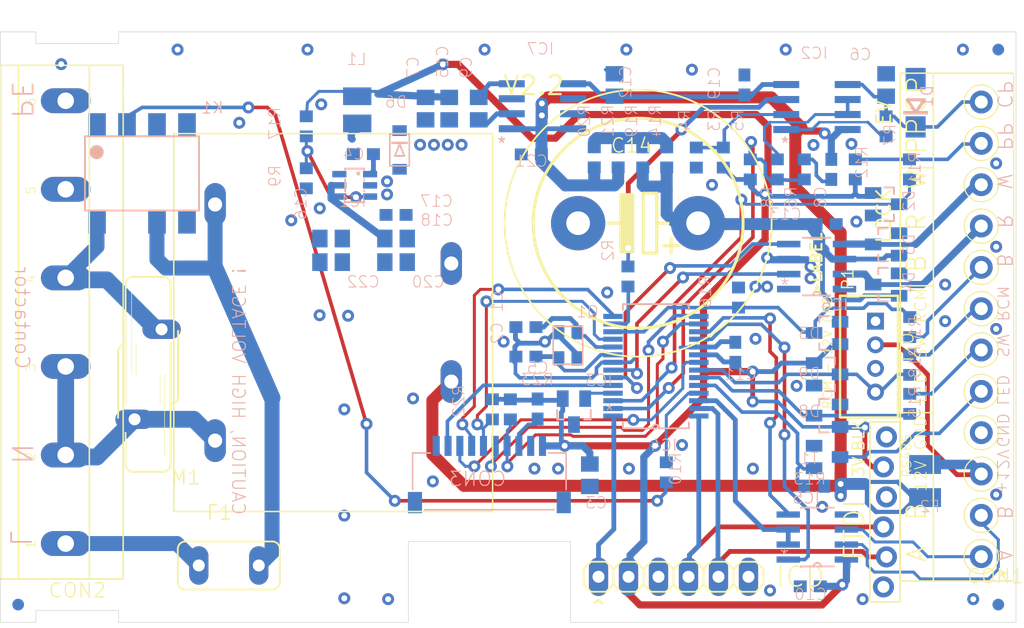
<source format=kicad_pcb>
(kicad_pcb (version 20171130) (host pcbnew 5.1.5)
  (layers (0 Top signal) (31 Bottom signal) (34 B.Paste user) (35 F.Paste user) (36 B.SilkS user) (37 F.SilkS user) (38 B.Mask user) (39 F.Mask user) (44 Edge.Cuts user))
  (net 0 "")
  (net 1 GND)
  (net 2 VCC)
  (net 3 -12V)
  (net 4 +12V)
  (net 5 /RX)
  (net 6 /TX)
  (net 7 "Net-(IC4-Pad26)")
  (net 8 "Net-(IC4-Pad25)")
  (net 9 /IO1)
  (net 10 /IO2)
  (net 11 /IO3)
  (net 12 /B1)
  (net 13 "Net-(IC4-Pad18)")
  (net 14 "Net-(IC4-Pad17)")
  (net 15 /LCD_SDO_B3)
  (net 16 /LCD_RST)
  (net 17 /LCD_CLK)
  (net 18 "Net-(IC4-Pad13)")
  (net 19 "Net-(D3-Pad3)")
  (net 20 /LCD_A0_B2)
  (net 21 "Net-(C1-Pad1)")
  (net 22 "Net-(C2-Pad1)")
  (net 23 "Net-(IC4-Pad7)")
  (net 24 "Net-(IC4-Pad6)")
  (net 25 /LCD_LED)
  (net 26 "Net-(IC3-Pad2)")
  (net 27 "Net-(D2-Pad3)")
  (net 28 "Net-(IC4-Pad2)")
  (net 29 "Net-(IC4-Pad1)")
  (net 30 /RS485_B)
  (net 31 /RS485_A)
  (net 32 "Net-(IC2-Pad3)")
  (net 33 "Net-(C4-Pad2)")
  (net 34 "Net-(C4-Pad1)")
  (net 35 "Net-(C6-Pad1)")
  (net 36 "Net-(IC2-Pad2)")
  (net 37 "Net-(IC2-Pad6)")
  (net 38 "Net-(IC2-Pad1)")
  (net 39 "Net-(K1-Pad2)")
  (net 40 "Net-(CON1-Pad11)")
  (net 41 "Net-(CON2-PadP$4)")
  (net 42 "Net-(F1-Pad1)")
  (net 43 "Net-(K1-Pad5)")
  (net 44 "Net-(CON2-PadP$5)")
  (net 45 "Net-(CON2-PadP$2)")
  (net 46 "Net-(CON2-PadP$1)")
  (net 47 "Net-(C13-Pad1)")
  (net 48 "Net-(R14-Pad1)")
  (net 49 "Net-(CON1-Pad9)")
  (net 50 "Net-(CON1-Pad10)")
  (net 51 "Net-(IC6-Pad8)")
  (net 52 "Net-(IC6-Pad1)")
  (net 53 "Net-(CON1-Pad8)")
  (net 54 "Net-(IC7-Pad6)")
  (net 55 "Net-(C9-Pad2)")
  (net 56 "Net-(IC7-Pad7)")
  (net 57 "Net-(C9-Pad1)")
  (net 58 "Net-(IC1-Pad3)")
  (net 59 "Net-(CON1-Pad7)")
  (net 60 "Net-(CON1-Pad6)")
  (net 61 /LED_12V)
  (net 62 /12V_FUSED)
  (net 63 "Net-(CON3-Pad9)")
  (net 64 "Net-(CON3-Pad1)")
  (net 65 "Net-(P1-Pad3)")
  (net 66 "Net-(ICD1-Pad6)")
  (net 67 "Net-(FTDI1-Pad4)")
  (net 68 "Net-(FTDI1-Pad1)")
  (module SmartEVSEv2.2:SOP65P780X200-28N (layer Bottom) (at 161.0061 108.3186)
    (fp_text reference IC4 (at -0.5816 7.2496) (layer B.SilkS) (effects (font (size 0.9652 0.9652) (thickness 0.09652)) (justify right bottom mirror)))
    (fp_text value PIC18F26K22-I/SOSSOP)
    (fp_text user * (at -4.445 4.5212) (layer B.SilkS) (effects (font (size 1.2065 1.2065) (thickness 0.0762)) (justify right bottom mirror)))
    (pad 28 smd rect (at 3.6322 4.2164) (size 1.651 0.4318) (layers Bottom B.Paste B.Mask) (net 5 /RX))
    (pad 27 smd rect (at 3.6322 3.5814) (size 1.651 0.4318) (layers Bottom B.Paste B.Mask) (net 6 /TX))
    (pad 26 smd rect (at 3.6322 2.921) (size 1.651 0.4318) (layers Bottom B.Paste B.Mask) (net 7 "Net-(IC4-Pad26)"))
    (pad 25 smd rect (at 3.6322 2.286) (size 1.651 0.4318) (layers Bottom B.Paste B.Mask) (net 8 "Net-(IC4-Pad25)"))
    (pad 24 smd rect (at 3.6322 1.6256) (size 1.651 0.4318) (layers Bottom B.Paste B.Mask) (net 9 /IO1))
    (pad 23 smd rect (at 3.6322 0.9652) (size 1.651 0.4318) (layers Bottom B.Paste B.Mask) (net 10 /IO2))
    (pad 22 smd rect (at 3.6322 0.3302) (size 1.651 0.4318) (layers Bottom B.Paste B.Mask) (net 11 /IO3))
    (pad 21 smd rect (at 3.6322 -0.3302) (size 1.651 0.4318) (layers Bottom B.Paste B.Mask) (net 12 /B1))
    (pad 20 smd rect (at 3.6322 -0.9652) (size 1.651 0.4318) (layers Bottom B.Paste B.Mask) (net 2 VCC))
    (pad 19 smd rect (at 3.6322 -1.6256) (size 1.651 0.4318) (layers Bottom B.Paste B.Mask) (net 1 GND))
    (pad 18 smd rect (at 3.6322 -2.286) (size 1.651 0.4318) (layers Bottom B.Paste B.Mask) (net 13 "Net-(IC4-Pad18)"))
    (pad 17 smd rect (at 3.6322 -2.921) (size 1.651 0.4318) (layers Bottom B.Paste B.Mask) (net 14 "Net-(IC4-Pad17)"))
    (pad 16 smd rect (at 3.6322 -3.5814) (size 1.651 0.4318) (layers Bottom B.Paste B.Mask) (net 15 /LCD_SDO_B3))
    (pad 15 smd rect (at 3.6322 -4.2164) (size 1.651 0.4318) (layers Bottom B.Paste B.Mask) (net 16 /LCD_RST))
    (pad 14 smd rect (at -3.6322 -4.2164) (size 1.651 0.4318) (layers Bottom B.Paste B.Mask) (net 17 /LCD_CLK))
    (pad 13 smd rect (at -3.6322 -3.5814) (size 1.651 0.4318) (layers Bottom B.Paste B.Mask) (net 18 "Net-(IC4-Pad13)"))
    (pad 12 smd rect (at -3.6322 -2.921) (size 1.651 0.4318) (layers Bottom B.Paste B.Mask) (net 19 "Net-(D3-Pad3)"))
    (pad 11 smd rect (at -3.6322 -2.286) (size 1.651 0.4318) (layers Bottom B.Paste B.Mask) (net 20 /LCD_A0_B2))
    (pad 10 smd rect (at -3.6322 -1.6256) (size 1.651 0.4318) (layers Bottom B.Paste B.Mask) (net 21 "Net-(C1-Pad1)"))
    (pad 9 smd rect (at -3.6322 -0.9652) (size 1.651 0.4318) (layers Bottom B.Paste B.Mask) (net 22 "Net-(C2-Pad1)"))
    (pad 8 smd rect (at -3.6322 -0.3302) (size 1.651 0.4318) (layers Bottom B.Paste B.Mask) (net 1 GND))
    (pad 7 smd rect (at -3.6322 0.3302) (size 1.651 0.4318) (layers Bottom B.Paste B.Mask) (net 23 "Net-(IC4-Pad7)"))
    (pad 6 smd rect (at -3.6322 0.9652) (size 1.651 0.4318) (layers Bottom B.Paste B.Mask) (net 24 "Net-(IC4-Pad6)"))
    (pad 5 smd rect (at -3.6322 1.6256) (size 1.651 0.4318) (layers Bottom B.Paste B.Mask) (net 25 /LCD_LED))
    (pad 4 smd rect (at -3.6322 2.286) (size 1.651 0.4318) (layers Bottom B.Paste B.Mask) (net 26 "Net-(IC3-Pad2)"))
    (pad 3 smd rect (at -3.6322 2.921) (size 1.651 0.4318) (layers Bottom B.Paste B.Mask) (net 27 "Net-(D2-Pad3)"))
    (pad 2 smd rect (at -3.6322 3.5814) (size 1.651 0.4318) (layers Bottom B.Paste B.Mask) (net 28 "Net-(IC4-Pad2)"))
    (pad 1 smd rect (at -3.6322 4.2164) (size 1.651 0.4318) (layers Bottom B.Paste B.Mask) (net 29 "Net-(IC4-Pad1)"))
  )
  (module SmartEVSEv2.2:SOIC127P600X175-8N (layer Bottom) (at 174.6761 122.7836)
    (fp_text reference IC5 (at -2.1791 -2.74834) (layer B.SilkS) (effects (font (size 0.9652 0.9652) (thickness 0.09652)) (justify right bottom mirror)))
    (fp_text value SN65HVD72)
    (fp_text user * (at -3.302 2.3114) (layer B.SilkS) (effects (font (size 1.2065 1.2065) (thickness 0.0762)) (justify right bottom mirror)))
    (pad 8 smd rect (at 2.4638 1.905) (size 1.9812 0.5334) (layers Bottom B.Paste B.Mask) (net 2 VCC))
    (pad 7 smd rect (at 2.4638 0.635) (size 1.9812 0.5334) (layers Bottom B.Paste B.Mask) (net 30 /RS485_B))
    (pad 6 smd rect (at 2.4638 -0.635) (size 1.9812 0.5334) (layers Bottom B.Paste B.Mask) (net 31 /RS485_A))
    (pad 5 smd rect (at 2.4638 -1.905) (size 1.9812 0.5334) (layers Bottom B.Paste B.Mask) (net 1 GND))
    (pad 4 smd rect (at -2.4638 -1.905) (size 1.9812 0.5334) (layers Bottom B.Paste B.Mask) (net 14 "Net-(IC4-Pad17)"))
    (pad 3 smd rect (at -2.4638 -0.635) (size 1.9812 0.5334) (layers Bottom B.Paste B.Mask) (net 7 "Net-(IC4-Pad26)"))
    (pad 2 smd rect (at -2.4638 0.635) (size 1.9812 0.5334) (layers Bottom B.Paste B.Mask) (net 7 "Net-(IC4-Pad26)"))
    (pad 1 smd rect (at -2.4638 1.905) (size 1.9812 0.5334) (layers Bottom B.Paste B.Mask) (net 13 "Net-(IC4-Pad18)"))
  )
  (module SmartEVSEv2.2:R0603 (layer Bottom) (at 158.6411 100.7186 90)
    (fp_text reference R2 (at 1.215 -1.14 90) (layer B.SilkS) (effects (font (size 0.9652 0.9652) (thickness 0.077216)) (justify right bottom mirror)))
    (fp_text value 15K)
    (pad 2 smd rect (at 0.85 0 90) (size 1 1.1) (layers Bottom B.Paste B.Mask) (net 32 "Net-(IC2-Pad3)"))
    (pad 1 smd rect (at -0.85 0 90) (size 1 1.1) (layers Bottom B.Paste B.Mask) (net 18 "Net-(IC4-Pad13)"))
  )
  (module SmartEVSEv2.2:C0603 (layer Bottom) (at 150.0011 105.0036 180)
    (fp_text reference C1 (at 1.879 1.163 270) (layer B.SilkS) (effects (font (size 0.9652 0.9652) (thickness 0.077216)) (justify right bottom mirror)))
    (fp_text value 18p)
    (pad 2 smd rect (at 0.85 0 180) (size 1.1 1) (layers Bottom B.Paste B.Mask) (net 1 GND))
    (pad 1 smd rect (at -0.85 0 180) (size 1.1 1) (layers Bottom B.Paste B.Mask) (net 21 "Net-(C1-Pad1)"))
  )
  (module SmartEVSEv2.2:C0603 (layer Bottom) (at 150.0011 107.5036 180)
    (fp_text reference C2 (at 1.879 0.9805 270) (layer B.SilkS) (effects (font (size 0.9652 0.9652) (thickness 0.077216)) (justify right bottom mirror)))
    (fp_text value 18p)
    (pad 2 smd rect (at 0.85 0 180) (size 1.1 1) (layers Bottom B.Paste B.Mask) (net 1 GND))
    (pad 1 smd rect (at -0.85 0 180) (size 1.1 1) (layers Bottom B.Paste B.Mask) (net 22 "Net-(C2-Pad1)"))
  )
  (module SmartEVSEv2.2:C0805 (layer Bottom) (at 155.4121 117.5496 270)
    (fp_text reference C3 (at 2.893 0.4475 180) (layer B.SilkS) (effects (font (size 0.9652 0.9652) (thickness 0.077216)) (justify right bottom mirror)))
    (fp_text value 10u16v)
    (pad 2 smd rect (at 0.95 0 270) (size 1.3 1.5) (layers Bottom B.Paste B.Mask) (net 1 GND))
    (pad 1 smd rect (at -0.95 0 270) (size 1.3 1.5) (layers Bottom B.Paste B.Mask) (net 2 VCC))
  )
  (module SmartEVSEv2.2:C0603 (layer Bottom) (at 136.2361 90.3566 180)
    (fp_text reference C4 (at 1.835 -0.547) (layer B.SilkS) (effects (font (size 0.9652 0.9652) (thickness 0.077216)) (justify right bottom mirror)))
    (fp_text value 100n)
    (pad 2 smd rect (at 0.85 0 180) (size 1.1 1) (layers Bottom B.Paste B.Mask) (net 33 "Net-(C4-Pad2)"))
    (pad 1 smd rect (at -0.85 0 180) (size 1.1 1) (layers Bottom B.Paste B.Mask) (net 34 "Net-(C4-Pad1)"))
  )
  (module SmartEVSEv2.2:C0805 (layer Bottom) (at 180.5011 84.5036 90)
    (fp_text reference C6 (at 2.026 -3.176 180) (layer B.SilkS) (effects (font (size 0.9652 0.9652) (thickness 0.077216)) (justify right bottom mirror)))
    (fp_text value 270p)
    (pad 2 smd rect (at 0.95 0 90) (size 1.3 1.5) (layers Bottom B.Paste B.Mask) (net 1 GND))
    (pad 1 smd rect (at -0.95 0 90) (size 1.3 1.5) (layers Bottom B.Paste B.Mask) (net 35 "Net-(C6-Pad1)"))
  )
  (module SmartEVSEv2.2:R0603 (layer Bottom) (at 166.7151 90.6496 90)
    (fp_text reference R3 (at 2.146 -0.214 90) (layer B.SilkS) (effects (font (size 0.9652 0.9652) (thickness 0.077216)) (justify right bottom mirror)))
    (fp_text value 15K)
    (pad 2 smd rect (at 0.85 0 90) (size 1 1.1) (layers Bottom B.Paste B.Mask) (net 36 "Net-(IC2-Pad2)"))
    (pad 1 smd rect (at -0.85 0 90) (size 1 1.1) (layers Bottom B.Paste B.Mask) (net 2 VCC))
  )
  (module SmartEVSEv2.2:R0603 (layer Bottom) (at 164.4291 90.6496 270)
    (fp_text reference R4 (at -2.146 0.428 90) (layer B.SilkS) (effects (font (size 0.9652 0.9652) (thickness 0.077216)) (justify right bottom mirror)))
    (fp_text value 15K)
    (pad 2 smd rect (at 0.85 0 270) (size 1 1.1) (layers Bottom B.Paste B.Mask) (net 1 GND))
    (pad 1 smd rect (at -0.85 0 270) (size 1 1.1) (layers Bottom B.Paste B.Mask) (net 36 "Net-(IC2-Pad2)"))
  )
  (module SmartEVSEv2.2:R0603 (layer Bottom) (at 169.0011 91.6496 90)
    (fp_text reference R5 (at 3.146 -0.5 90) (layer B.SilkS) (effects (font (size 0.9652 0.9652) (thickness 0.077216)) (justify right bottom mirror)))
    (fp_text value 10k)
    (pad 2 smd rect (at 0.85 0 90) (size 1 1.1) (layers Bottom B.Paste B.Mask) (net 28 "Net-(IC4-Pad2)"))
    (pad 1 smd rect (at -0.85 0 90) (size 1 1.1) (layers Bottom B.Paste B.Mask) (net 2 VCC))
  )
  (module SmartEVSEv2.2:R0603 (layer Bottom) (at 173.5731 91.6496 90)
    (fp_text reference R6 (at -3.354 -0.572 90) (layer B.SilkS) (effects (font (size 0.9652 0.9652) (thickness 0.077216)) (justify right bottom mirror)))
    (fp_text value 15k)
    (pad 2 smd rect (at 0.85 0 90) (size 1 1.1) (layers Bottom B.Paste B.Mask) (net 1 GND))
    (pad 1 smd rect (at -0.85 0 90) (size 1 1.1) (layers Bottom B.Paste B.Mask) (net 28 "Net-(IC4-Pad2)"))
  )
  (module SmartEVSEv2.2:SO08 (layer Bottom) (at 174.6461 86.3686 90)
    (fp_text reference IC2 (at 4.0005 -1.4605 180) (layer B.SilkS) (effects (font (size 0.9652 0.9652) (thickness 0.077216)) (justify right bottom mirror)))
    (fp_text value LM7332MA)
    (pad 5 smd rect (at 1.905 2.6 90) (size 0.6 2.2) (layers Bottom B.Paste B.Mask) (net 35 "Net-(C6-Pad1)"))
    (pad 6 smd rect (at 0.635 2.6 90) (size 0.6 2.2) (layers Bottom B.Paste B.Mask) (net 37 "Net-(IC2-Pad6)"))
    (pad 8 smd rect (at -1.905 2.6 90) (size 0.6 2.2) (layers Bottom B.Paste B.Mask) (net 4 +12V))
    (pad 4 smd rect (at 1.905 -2.6 90) (size 0.6 2.2) (layers Bottom B.Paste B.Mask) (net 3 -12V))
    (pad 3 smd rect (at 0.635 -2.6 90) (size 0.6 2.2) (layers Bottom B.Paste B.Mask) (net 32 "Net-(IC2-Pad3)"))
    (pad 1 smd rect (at -1.905 -2.6 90) (size 0.6 2.2) (layers Bottom B.Paste B.Mask) (net 38 "Net-(IC2-Pad1)"))
    (pad 7 smd rect (at -0.635 2.6 90) (size 0.6 2.2) (layers Bottom B.Paste B.Mask) (net 37 "Net-(IC2-Pad6)"))
    (pad 2 smd rect (at -0.635 -2.6 90) (size 0.6 2.2) (layers Bottom B.Paste B.Mask) (net 36 "Net-(IC2-Pad2)"))
  )
  (module SmartEVSEv2.2:R0603 (layer Bottom) (at 180.5011 88.0036 90)
    (fp_text reference R7 (at -1.716 0.8915 90) (layer B.SilkS) (effects (font (size 0.9652 0.9652) (thickness 0.077216)) (justify right bottom mirror)))
    (fp_text value "1K 1%")
    (pad 2 smd rect (at 0.85 0 90) (size 1 1.1) (layers Bottom B.Paste B.Mask) (net 35 "Net-(C6-Pad1)"))
    (pad 1 smd rect (at -0.85 0 90) (size 1 1.1) (layers Bottom B.Paste B.Mask) (net 38 "Net-(IC2-Pad1)"))
  )
  (module SmartEVSEv2.2:R0603 (layer Bottom) (at 171.2871 91.6496 270)
    (fp_text reference R8 (at 3.354 0.286 90) (layer B.SilkS) (effects (font (size 0.9652 0.9652) (thickness 0.077216)) (justify right bottom mirror)))
    (fp_text value 40k2)
    (pad 2 smd rect (at 0.85 0 270) (size 1 1.1) (layers Bottom B.Paste B.Mask) (net 28 "Net-(IC4-Pad2)"))
    (pad 1 smd rect (at -0.85 0 270) (size 1 1.1) (layers Bottom B.Paste B.Mask) (net 37 "Net-(IC2-Pad6)"))
  )
  (module SmartEVSEv2.2:R0603 (layer Bottom) (at 161.8891 117.3036 90)
    (fp_text reference R10 (at -1.151 1.3335 90) (layer B.SilkS) (effects (font (size 0.9652 0.9652) (thickness 0.077216)) (justify right bottom mirror)))
    (fp_text value 100R)
    (pad 2 smd rect (at 0.85 0 90) (size 1 1.1) (layers Bottom B.Paste B.Mask) (net 8 "Net-(IC4-Pad25)"))
    (pad 1 smd rect (at -0.85 0 90) (size 1 1.1) (layers Bottom B.Paste B.Mask) (net 39 "Net-(K1-Pad2)"))
  )
  (module SmartEVSEv2.2:R0603 (layer Bottom) (at 177.8911 91.6496 90)
    (fp_text reference R12 (at -0.854 1.11 90) (layer B.SilkS) (effects (font (size 0.9652 0.9652) (thickness 0.077216)) (justify right bottom mirror)))
    (fp_text value "1K 1%")
    (pad 2 smd rect (at 0.85 0 90) (size 1 1.1) (layers Bottom B.Paste B.Mask) (net 40 "Net-(CON1-Pad11)"))
    (pad 1 smd rect (at -0.85 0 90) (size 1 1.1) (layers Bottom B.Paste B.Mask) (net 2 VCC))
  )
  (module SmartEVSEv2.2:R0603 (layer Bottom) (at 182.4791 91.6496 90)
    (fp_text reference R11 (at -1.354 1.022 90) (layer B.SilkS) (effects (font (size 0.9652 0.9652) (thickness 0.077216)) (justify right bottom mirror)))
    (fp_text value 10K)
    (pad 2 smd rect (at 0.85 0 90) (size 1 1.1) (layers Bottom B.Paste B.Mask) (net 40 "Net-(CON1-Pad11)"))
    (pad 1 smd rect (at -0.85 0 90) (size 1 1.1) (layers Bottom B.Paste B.Mask) (net 27 "Net-(D2-Pad3)"))
  )
  (module SmartEVSEv2.2:DIL07SMD (layer Bottom) (at 117.4861 91.9886)
    (fp_text reference K1 (at 4.953 -4.9896) (layer B.SilkS) (effects (font (size 0.9652 0.9652) (thickness 0.09652)) (justify right bottom mirror)))
    (fp_text value AQH1213AX)
    (pad 8 smd rect (at -3.81 4.15) (size 1.5 1.9) (layers Bottom B.Paste B.Mask) (net 41 "Net-(CON2-PadP$4)"))
    (pad 6 smd rect (at 1.27 4.15) (size 1.5 1.9) (layers Bottom B.Paste B.Mask) (net 42 "Net-(F1-Pad1)"))
    (pad 5 smd rect (at 3.81 4.15) (size 1.5 1.9) (layers Bottom B.Paste B.Mask) (net 43 "Net-(K1-Pad5)"))
    (pad 4 smd rect (at 3.81 -4.15) (size 1.5 1.9) (layers Bottom B.Paste B.Mask) (net 1 GND))
    (pad 3 smd rect (at 1.27 -4.15) (size 1.5 1.9) (layers Bottom B.Paste B.Mask) (net 1 GND))
    (pad 2 smd rect (at -1.27 -4.15) (size 1.5 1.9) (layers Bottom B.Paste B.Mask) (net 39 "Net-(K1-Pad2)"))
    (pad 1 smd rect (at -3.81 -4.15) (size 1.5 1.9) (layers Bottom B.Paste B.Mask) (net 1 GND))
  )
  (module SmartEVSEv2.2:P_AST027-06 (layer Top) (at 111.0256 104.2861 90)
    (fp_text reference CON2 hide)
    (fp_text value DG128-7.5 hide)
    (fp_text user 6 (at 17.95 -2.5 90) (layer F.SilkS) (effects (font (size 0.77216 0.77216) (thickness 0.065024)) (justify left bottom)))
    (fp_text user 5 (at 10.45 -2.5 90) (layer F.SilkS) (effects (font (size 0.77216 0.77216) (thickness 0.065024)) (justify left bottom)))
    (fp_text user 4 (at 2.95 -2.5 90) (layer F.SilkS) (effects (font (size 0.77216 0.77216) (thickness 0.065024)) (justify left bottom)))
    (fp_text user 3 (at -4.55 -2.5 90) (layer F.SilkS) (effects (font (size 0.77216 0.77216) (thickness 0.065024)) (justify left bottom)))
    (fp_text user 2 (at -12.05 -2.5 90) (layer F.SilkS) (effects (font (size 0.77216 0.77216) (thickness 0.065024)) (justify left bottom)))
    (fp_text user 1 (at -19.55 -2.5 90) (layer F.SilkS) (effects (font (size 0.77216 0.77216) (thickness 0.065024)) (justify left bottom)))
    (pad P$6 thru_hole oval (at 18.45 0 180) (size 4.2 2.1) (drill 1.4) (layers *.Cu *.Mask) (net 1 GND))
    (pad P$5 thru_hole oval (at 10.95 0 180) (size 4.2 2.1) (drill 1.4) (layers *.Cu *.Mask) (net 44 "Net-(CON2-PadP$5)"))
    (pad P$4 thru_hole oval (at 3.45 0 180) (size 4.2 2.1) (drill 1.4) (layers *.Cu *.Mask) (net 41 "Net-(CON2-PadP$4)"))
    (pad P$3 thru_hole oval (at -4.05 0 180) (size 4.2 2.1) (drill 1.4) (layers *.Cu *.Mask) (net 45 "Net-(CON2-PadP$2)"))
    (pad P$2 thru_hole oval (at -11.55 0 180) (size 4.2 2.1) (drill 1.4) (layers *.Cu *.Mask) (net 45 "Net-(CON2-PadP$2)"))
    (pad P$1 thru_hole oval (at -19.05 0 180) (size 4.2 2.1) (drill 1.4) (layers *.Cu *.Mask) (net 46 "Net-(CON2-PadP$1)"))
  )
  (module SmartEVSEv2.2:C0603 (layer Bottom) (at 150.9891 111.9436 270)
    (fp_text reference C5 (at -2.94 0.988 180) (layer B.SilkS) (effects (font (size 0.9652 0.9652) (thickness 0.077216)) (justify right bottom mirror)))
    (fp_text value 100n)
    (pad 2 smd rect (at 0.85 0 270) (size 1.1 1) (layers Bottom B.Paste B.Mask) (net 1 GND))
    (pad 1 smd rect (at -0.85 0 270) (size 1.1 1) (layers Bottom B.Paste B.Mask) (net 2 VCC))
  )
  (module SmartEVSEv2.2:C0603 (layer Bottom) (at 174.0811 126.9556 180)
    (fp_text reference C10 (at 1.423 -1.2475) (layer B.SilkS) (effects (font (size 0.9652 0.9652) (thickness 0.077216)) (justify right bottom mirror)))
    (fp_text value 100n)
    (pad 2 smd rect (at 0.85 0 180) (size 1.1 1) (layers Bottom B.Paste B.Mask) (net 1 GND))
    (pad 1 smd rect (at -0.85 0 180) (size 1.1 1) (layers Bottom B.Paste B.Mask) (net 2 VCC))
  )
  (module SmartEVSEv2.2:C0603 (layer Bottom) (at 175.8591 91.6496 270)
    (fp_text reference C8 (at 3.354 0.358 90) (layer B.SilkS) (effects (font (size 0.9652 0.9652) (thickness 0.077216)) (justify right bottom mirror)))
    (fp_text value 100n)
    (pad 2 smd rect (at 0.85 0 270) (size 1.1 1) (layers Bottom B.Paste B.Mask) (net 1 GND))
    (pad 1 smd rect (at -0.85 0 270) (size 1.1 1) (layers Bottom B.Paste B.Mask) (net 4 +12V))
  )
  (module SmartEVSEv2.2:1X06 (layer Top) (at 162.4961 126.1486)
    (fp_text reference ICD1 hide)
    (fp_text value ICD hide)
    (pad 6 thru_hole oval (at 6.35 0 90) (size 3.2512 1.6256) (drill 1.016) (layers *.Cu *.Mask) (net 66 "Net-(ICD1-Pad6)"))
    (pad 5 thru_hole oval (at 3.81 0 90) (size 3.2512 1.6256) (drill 1.016) (layers *.Cu *.Mask) (net 6 /TX))
    (pad 4 thru_hole oval (at 1.27 0 90) (size 3.2512 1.6256) (drill 1.016) (layers *.Cu *.Mask) (net 5 /RX))
    (pad 3 thru_hole oval (at -1.27 0 90) (size 3.2512 1.6256) (drill 1.016) (layers *.Cu *.Mask) (net 1 GND))
    (pad 2 thru_hole oval (at -3.81 0 90) (size 3.2512 1.6256) (drill 1.016) (layers *.Cu *.Mask) (net 2 VCC))
    (pad 1 thru_hole oval (at -6.35 0 90) (size 3.2512 1.6256) (drill 1.016) (layers *.Cu *.Mask) (net 29 "Net-(IC4-Pad1)"))
  )
  (module SmartEVSEv2.2:DO214AC (layer Bottom) (at 183.0011 86.0036 90)
    (fp_text reference D1 (at -0.45 1.53 90) (layer B.SilkS) (effects (font (size 0.9652 0.9652) (thickness 0.09652)) (justify right bottom mirror)))
    (fp_text value SMAJ13CA)
    (pad A smd rect (at 2.05 0 90) (size 1.8 1.7) (layers Bottom B.Paste B.Mask) (net 1 GND))
    (pad C smd rect (at -2.05 0 90) (size 1.8 1.7) (layers Bottom B.Paste B.Mask) (net 35 "Net-(C6-Pad1)"))
  )
  (module SmartEVSEv2.2:SOT23 (layer Bottom) (at 154.0661 112.1616)
    (fp_text reference IC3 (at 0.895 -2.089) (layer B.SilkS) (effects (font (size 0.9652 0.9652) (thickness 0.077216)) (justify right bottom mirror)))
    (fp_text value MCP9700A)
    (pad 1 smd rect (at -0.95 -1.1) (size 1 1.4) (layers Bottom B.Paste B.Mask) (net 2 VCC))
    (pad 2 smd rect (at 0.95 -1.1) (size 1 1.4) (layers Bottom B.Paste B.Mask) (net 26 "Net-(IC3-Pad2)"))
    (pad 3 smd rect (at 0 1.1) (size 1 1.4) (layers Bottom B.Paste B.Mask) (net 1 GND))
  )
  (module SmartEVSEv2.2:C0603 (layer Bottom) (at 167.7311 107.1436 90)
    (fp_text reference C11 (at -2.413 -1.024 180) (layer B.SilkS) (effects (font (size 0.9652 0.9652) (thickness 0.077216)) (justify right bottom mirror)))
    (fp_text value 100n)
    (pad 2 smd rect (at 0.85 0 90) (size 1.1 1) (layers Bottom B.Paste B.Mask) (net 1 GND))
    (pad 1 smd rect (at -0.85 0 90) (size 1.1 1) (layers Bottom B.Paste B.Mask) (net 2 VCC))
  )
  (module SmartEVSEv2.2:R0603 (layer Bottom) (at 161.9171 90.6356 270)
    (fp_text reference R14 (at -1.632 0.416 90) (layer B.SilkS) (effects (font (size 0.9652 0.9652) (thickness 0.077216)) (justify right bottom mirror)))
    (fp_text value 100R)
    (pad 2 smd rect (at 0.85 0 270) (size 1 1.1) (layers Bottom B.Paste B.Mask) (net 47 "Net-(C13-Pad1)"))
    (pad 1 smd rect (at -0.85 0 270) (size 1 1.1) (layers Bottom B.Paste B.Mask) (net 48 "Net-(R14-Pad1)"))
  )
  (module SmartEVSEv2.2:SOT23 (layer Bottom) (at 180.5011 101.4036 270)
    (fp_text reference D4 (at 0.8 -2.5 90) (layer B.SilkS) (effects (font (size 0.9652 0.9652) (thickness 0.077216)) (justify right bottom mirror)))
    (fp_text value BAT54S)
    (pad 1 smd rect (at -0.95 -1.1 270) (size 1 1.4) (layers Bottom B.Paste B.Mask) (net 1 GND))
    (pad 2 smd rect (at 0.95 -1.1 270) (size 1 1.4) (layers Bottom B.Paste B.Mask) (net 47 "Net-(C13-Pad1)"))
    (pad 3 smd rect (at 0 1.1 270) (size 1 1.4) (layers Bottom B.Paste B.Mask) (net 49 "Net-(CON1-Pad9)"))
  )
  (module SmartEVSEv2.2:SOT23 (layer Bottom) (at 180.5011 98.0036 270)
    (fp_text reference D5 (at 1 -2.5 90) (layer B.SilkS) (effects (font (size 0.9652 0.9652) (thickness 0.077216)) (justify right bottom mirror)))
    (fp_text value BAT54S)
    (pad 1 smd rect (at -0.95 -1.1 270) (size 1 1.4) (layers Bottom B.Paste B.Mask) (net 1 GND))
    (pad 2 smd rect (at 0.95 -1.1 270) (size 1 1.4) (layers Bottom B.Paste B.Mask) (net 47 "Net-(C13-Pad1)"))
    (pad 3 smd rect (at 0 1.1 270) (size 1 1.4) (layers Bottom B.Paste B.Mask) (net 50 "Net-(CON1-Pad10)"))
  )
  (module SmartEVSEv2.2:SOIC127P600X175-8N (layer Bottom) (at 174.6141 99.8796)
    (fp_text reference IC6 (at 0.2944 3.8078) (layer B.SilkS) (effects (font (size 0.9652 0.9652) (thickness 0.09652)) (justify right bottom mirror)))
    (fp_text value FAN3214TMX)
    (fp_text user * (at -3.2004 2.3368) (layer B.SilkS) (effects (font (size 1.2065 1.2065) (thickness 0.0762)) (justify right bottom mirror)))
    (pad 8 smd rect (at 2.3622 1.905) (size 1.9812 0.5588) (layers Bottom B.Paste B.Mask) (net 51 "Net-(IC6-Pad8)"))
    (pad 7 smd rect (at 2.3622 0.635) (size 1.9812 0.5588) (layers Bottom B.Paste B.Mask) (net 49 "Net-(CON1-Pad9)"))
    (pad 6 smd rect (at 2.3622 -0.635) (size 1.9812 0.5588) (layers Bottom B.Paste B.Mask) (net 47 "Net-(C13-Pad1)"))
    (pad 5 smd rect (at 2.3622 -1.905) (size 1.9812 0.5588) (layers Bottom B.Paste B.Mask) (net 50 "Net-(CON1-Pad10)"))
    (pad 4 smd rect (at -2.3622 -1.905) (size 1.9812 0.5588) (layers Bottom B.Paste B.Mask) (net 24 "Net-(IC4-Pad6)"))
    (pad 3 smd rect (at -2.3622 -0.635) (size 1.9812 0.5588) (layers Bottom B.Paste B.Mask) (net 1 GND))
    (pad 2 smd rect (at -2.3622 0.635) (size 1.9812 0.5588) (layers Bottom B.Paste B.Mask) (net 23 "Net-(IC4-Pad7)"))
    (pad 1 smd rect (at -2.3622 1.905) (size 1.9812 0.5588) (layers Bottom B.Paste B.Mask) (net 52 "Net-(IC6-Pad1)"))
  )
  (module SmartEVSEv2.2:C0603 (layer Bottom) (at 175.4221 96.2826)
    (fp_text reference C13 (at -4.921 -0.279) (layer B.SilkS) (effects (font (size 0.9652 0.9652) (thickness 0.077216)) (justify right bottom mirror)))
    (fp_text value 100n)
    (pad 2 smd rect (at 0.85 0) (size 1.1 1) (layers Bottom B.Paste B.Mask) (net 1 GND))
    (pad 1 smd rect (at -0.85 0) (size 1.1 1) (layers Bottom B.Paste B.Mask) (net 47 "Net-(C13-Pad1)"))
  )
  (module SmartEVSEv2.2:EB22,5D (layer Top) (at 159.5011 96.2036 180)
    (fp_text reference C14 (at 2.3894 5.875) (layer F.SilkS) (effects (font (size 1.2065 1.2065) (thickness 0.12065)) (justify left bottom)))
    (fp_text value "10000u 16V")
    (pad - thru_hole circle (at 5.08 0 180) (size 4.5974 4.5974) (drill 2.0066) (layers *.Cu *.Mask) (net 1 GND))
    (pad + thru_hole circle (at -5.08 0 180) (size 4.5974 4.5974) (drill 2.0066) (layers *.Cu *.Mask) (net 47 "Net-(C13-Pad1)"))
  )
  (module SmartEVSEv2.2:CTS_32X25 (layer Bottom) (at 153.5041 106.5496 90)
    (fp_text reference Q1 (at 2.289 0.692 180) (layer B.SilkS) (effects (font (size 0.9652 0.9652) (thickness 0.077216)) (justify right bottom mirror)))
    (fp_text value CTS_32X25_SMD)
    (pad 1 smd rect (at -1.1 -0.7 90) (size 1.2 0.9) (layers Bottom B.Paste B.Mask) (net 22 "Net-(C2-Pad1)"))
    (pad 4 smd rect (at -1.1 0.8 90) (size 1.2 0.9) (layers Bottom B.Paste B.Mask) (net 1 GND))
    (pad 2 smd rect (at 1.1 -0.7 90) (size 1.2 0.9) (layers Bottom B.Paste B.Mask) (net 1 GND))
    (pad 3 smd rect (at 1.1 0.8 90) (size 1.2 0.9) (layers Bottom B.Paste B.Mask) (net 21 "Net-(C1-Pad1)"))
  )
  (module SmartEVSEv2.2:R0603 (layer Bottom) (at 182.5011 105.0036 270)
    (fp_text reference R1 (at 1 -1 90) (layer B.SilkS) (effects (font (size 0.9652 0.9652) (thickness 0.077216)) (justify right bottom mirror)))
    (fp_text value 31K6)
    (pad 2 smd rect (at 0.85 0 270) (size 1 1.1) (layers Bottom B.Paste B.Mask) (net 53 "Net-(CON1-Pad8)"))
    (pad 1 smd rect (at -0.85 0 270) (size 1 1.1) (layers Bottom B.Paste B.Mask) (net 19 "Net-(D3-Pad3)"))
  )
  (module SmartEVSEv2.2:R0603 (layer Bottom) (at 168.0011 102.5036 270)
    (fp_text reference R16 (at 0.957 2.24 90) (layer B.SilkS) (effects (font (size 0.9652 0.9652) (thickness 0.077216)) (justify right bottom mirror)))
    (fp_text value 10K)
    (pad 2 smd rect (at 0.85 0 270) (size 1 1.1) (layers Bottom B.Paste B.Mask) (net 19 "Net-(D3-Pad3)"))
    (pad 1 smd rect (at -0.85 0 270) (size 1 1.1) (layers Bottom B.Paste B.Mask) (net 1 GND))
  )
  (module SmartEVSEv2.2:SO08 (layer Bottom) (at 151.4011 86.3036 90)
    (fp_text reference IC7 (at 4.3 -1.4 180) (layer B.SilkS) (effects (font (size 0.9652 0.9652) (thickness 0.077216)) (justify right bottom mirror)))
    (fp_text value TC7660S)
    (pad 5 smd rect (at 1.905 2.6 90) (size 0.6 2.2) (layers Bottom B.Paste B.Mask) (net 3 -12V))
    (pad 6 smd rect (at 0.635 2.6 90) (size 0.6 2.2) (layers Bottom B.Paste B.Mask) (net 54 "Net-(IC7-Pad6)"))
    (pad 8 smd rect (at -1.905 2.6 90) (size 0.6 2.2) (layers Bottom B.Paste B.Mask) (net 4 +12V))
    (pad 4 smd rect (at 1.905 -2.6 90) (size 0.6 2.2) (layers Bottom B.Paste B.Mask) (net 55 "Net-(C9-Pad2)"))
    (pad 3 smd rect (at 0.635 -2.6 90) (size 0.6 2.2) (layers Bottom B.Paste B.Mask) (net 1 GND))
    (pad 1 smd rect (at -1.905 -2.6 90) (size 0.6 2.2) (layers Bottom B.Paste B.Mask) (net 4 +12V))
    (pad 7 smd rect (at -0.635 2.6 90) (size 0.6 2.2) (layers Bottom B.Paste B.Mask) (net 56 "Net-(IC7-Pad7)"))
    (pad 2 smd rect (at -0.635 -2.6 90) (size 0.6 2.2) (layers Bottom B.Paste B.Mask) (net 57 "Net-(C9-Pad1)"))
  )
  (module SmartEVSEv2.2:C0805 (layer Bottom) (at 146.0011 86.5036 90)
    (fp_text reference C9 (at 2.5 -0.5 90) (layer B.SilkS) (effects (font (size 0.9652 0.9652) (thickness 0.077216)) (justify right bottom mirror)))
    (fp_text value 10u16v)
    (pad 2 smd rect (at 0.95 0 90) (size 1.3 1.5) (layers Bottom B.Paste B.Mask) (net 55 "Net-(C9-Pad2)"))
    (pad 1 smd rect (at -0.95 0 90) (size 1.3 1.5) (layers Bottom B.Paste B.Mask) (net 57 "Net-(C9-Pad1)"))
  )
  (module SmartEVSEv2.2:C0805 (layer Bottom) (at 157.5011 84.5036 90)
    (fp_text reference C12 (at -1.2 1.5 90) (layer B.SilkS) (effects (font (size 0.9652 0.9652) (thickness 0.077216)) (justify right bottom mirror)))
    (fp_text value 10u16v)
    (pad 2 smd rect (at 0.95 0 90) (size 1.3 1.5) (layers Bottom B.Paste B.Mask) (net 1 GND))
    (pad 1 smd rect (at -0.95 0 90) (size 1.3 1.5) (layers Bottom B.Paste B.Mask) (net 3 -12V))
  )
  (module SmartEVSEv2.2:R0603 (layer Bottom) (at 131.4011 92.4036 270)
    (fp_text reference R9 (at 0.8 2.1 90) (layer B.SilkS) (effects (font (size 0.9652 0.9652) (thickness 0.077216)) (justify right bottom mirror)))
    (fp_text value 10K)
    (pad 2 smd rect (at 0.85 0 270) (size 1 1.1) (layers Bottom B.Paste B.Mask) (net 1 GND))
    (pad 1 smd rect (at -0.85 0 270) (size 1 1.1) (layers Bottom B.Paste B.Mask) (net 58 "Net-(IC1-Pad3)"))
  )
  (module SmartEVSEv2.2:R0603 (layer Bottom) (at 131.4011 88.0036 270)
    (fp_text reference R17 (at 1.2 2.1 90) (layer B.SilkS) (effects (font (size 0.9652 0.9652) (thickness 0.077216)) (justify right bottom mirror)))
    (fp_text value 31K6)
    (pad 2 smd rect (at 0.85 0 270) (size 1 1.1) (layers Bottom B.Paste B.Mask) (net 58 "Net-(IC1-Pad3)"))
    (pad 1 smd rect (at -0.85 0 270) (size 1 1.1) (layers Bottom B.Paste B.Mask) (net 2 VCC))
  )
  (module SmartEVSEv2.2:MCSD43 (layer Bottom) (at 135.7131 86.6066 270)
    (fp_text reference L1 (at -3.719 0.955 180) (layer B.SilkS) (effects (font (size 0.9652 0.9652) (thickness 0.077216)) (justify right bottom mirror)))
    (fp_text value 2.2uH)
    (pad 2 smd rect (at 1.15 0 270) (size 1.5 2.4) (layers Bottom B.Paste B.Mask) (net 33 "Net-(C4-Pad2)"))
    (pad 1 smd rect (at -1.15 0 270) (size 1.5 2.4) (layers Bottom B.Paste B.Mask) (net 2 VCC))
  )
  (module SmartEVSEv2.2:C0805 (layer Bottom) (at 143.5011 86.5036 90)
    (fp_text reference C15 (at 2.5 0 90) (layer B.SilkS) (effects (font (size 0.9652 0.9652) (thickness 0.077216)) (justify right bottom mirror)))
    (fp_text value 10u16v)
    (pad 2 smd rect (at 0.95 0 90) (size 1.3 1.5) (layers Bottom B.Paste B.Mask) (net 2 VCC))
    (pad 1 smd rect (at -0.95 0 90) (size 1.3 1.5) (layers Bottom B.Paste B.Mask) (net 1 GND))
  )
  (module SmartEVSEv2.2:C0805 (layer Bottom) (at 133.5011 97.5036 180)
    (fp_text reference C16 (at 2 1.5 270) (layer B.SilkS) (effects (font (size 0.9652 0.9652) (thickness 0.077216)) (justify right bottom mirror)))
    (fp_text value 10u16v)
    (pad 2 smd rect (at 0.95 0 180) (size 1.3 1.5) (layers Bottom B.Paste B.Mask) (net 1 GND))
    (pad 1 smd rect (at -0.95 0 180) (size 1.3 1.5) (layers Bottom B.Paste B.Mask) (net 4 +12V))
  )
  (module SmartEVSEv2.2:C0603 (layer Bottom) (at 139.0011 95.5036)
    (fp_text reference C17 (at 1.972 -0.61) (layer B.SilkS) (effects (font (size 0.9652 0.9652) (thickness 0.077216)) (justify right bottom mirror)))
    (fp_text value 100n)
    (pad 2 smd rect (at 0.85 0) (size 1.1 1) (layers Bottom B.Paste B.Mask) (net 1 GND))
    (pad 1 smd rect (at -0.85 0) (size 1.1 1) (layers Bottom B.Paste B.Mask) (net 4 +12V))
  )
  (module SmartEVSEv2.2:C0805 (layer Bottom) (at 139.0011 97.5036)
    (fp_text reference C18 (at 2 -1) (layer B.SilkS) (effects (font (size 0.9652 0.9652) (thickness 0.077216)) (justify right bottom mirror)))
    (fp_text value 10u16v)
    (pad 2 smd rect (at 0.95 0) (size 1.3 1.5) (layers Bottom B.Paste B.Mask) (net 1 GND))
    (pad 1 smd rect (at -0.95 0) (size 1.3 1.5) (layers Bottom B.Paste B.Mask) (net 4 +12V))
  )
  (module SmartEVSEv2.2:C0805 (layer Bottom) (at 141.5011 86.5036 90)
    (fp_text reference C7 (at 2.5 -0.5 90) (layer B.SilkS) (effects (font (size 0.9652 0.9652) (thickness 0.077216)) (justify right bottom mirror)))
    (fp_text value 10u16v)
    (pad 2 smd rect (at 0.95 0 90) (size 1.3 1.5) (layers Bottom B.Paste B.Mask) (net 2 VCC))
    (pad 1 smd rect (at -0.95 0 90) (size 1.3 1.5) (layers Bottom B.Paste B.Mask) (net 1 GND))
  )
  (module SmartEVSEv2.2:SOT23 (layer Bottom) (at 175.5011 105.5036 270)
    (fp_text reference D3 (at 0.6 2.5 180) (layer B.SilkS) (effects (font (size 0.9652 0.9652) (thickness 0.077216)) (justify right bottom mirror)))
    (fp_text value BAT54S)
    (pad 1 smd rect (at -0.95 -1.1 270) (size 1 1.4) (layers Bottom B.Paste B.Mask) (net 1 GND))
    (pad 2 smd rect (at 0.95 -1.1 270) (size 1 1.4) (layers Bottom B.Paste B.Mask) (net 2 VCC))
    (pad 3 smd rect (at 0 1.1 270) (size 1 1.4) (layers Bottom B.Paste B.Mask) (net 19 "Net-(D3-Pad3)"))
  )
  (module SmartEVSEv2.2:SOT23 (layer Bottom) (at 180.5011 94.6036 90)
    (fp_text reference D2 (at -0.7 2.5 90) (layer B.SilkS) (effects (font (size 0.9652 0.9652) (thickness 0.077216)) (justify right bottom mirror)))
    (fp_text value BAT54S)
    (pad 1 smd rect (at -0.95 -1.1 90) (size 1 1.4) (layers Bottom B.Paste B.Mask) (net 1 GND))
    (pad 2 smd rect (at 0.95 -1.1 90) (size 1 1.4) (layers Bottom B.Paste B.Mask) (net 2 VCC))
    (pad 3 smd rect (at 0 1.1 90) (size 1 1.4) (layers Bottom B.Paste B.Mask) (net 27 "Net-(D2-Pad3)"))
  )
  (module SmartEVSEv2.2:12PIN (layer Top) (at 188.0011 105.5036 90)
    (fp_text reference CON1 (at -21.2975 -0.7385) (layer F.SilkS) (effects (font (size 1.2065 1.2065) (thickness 0.09652)) (justify left bottom)))
    (fp_text value 3.5MM_12PIN)
    (fp_text user RS485 (at -12.3 -5.3 90) (layer F.SilkS) (effects (font (size 0.77216 0.77216) (thickness 0.065024)) (justify left bottom)))
    (fp_text user CP (at 18.5 -4 90) (layer F.SilkS) (effects (font (size 1.59258 1.59258) (thickness 0.134112)) (justify left bottom)))
    (fp_text user PP (at 15 -4 90) (layer F.SilkS) (effects (font (size 1.59258 1.59258) (thickness 0.134112)) (justify left bottom)))
    (fp_text user W (at 12 -4 90) (layer F.SilkS) (effects (font (size 1.59258 1.59258) (thickness 0.134112)) (justify left bottom)))
    (fp_text user R (at 8.5 -4 90) (layer F.SilkS) (effects (font (size 1.59258 1.59258) (thickness 0.134112)) (justify left bottom)))
    (fp_text user B (at 5 -4 90) (layer F.SilkS) (effects (font (size 1.59258 1.59258) (thickness 0.134112)) (justify left bottom)))
    (fp_text user RCM (at 0.75 -4 90) (layer F.SilkS) (effects (font (size 0.9652 0.9652) (thickness 0.08128)) (justify left bottom)))
    (fp_text user SW (at -2.25 -4 90) (layer F.SilkS) (effects (font (size 0.9652 0.9652) (thickness 0.08128)) (justify left bottom)))
    (fp_text user LED (at -6 -4 90) (layer F.SilkS) (effects (font (size 0.9652 0.9652) (thickness 0.08128)) (justify left bottom)))
    (fp_text user 12V (at -13.5 -4 90) (layer F.SilkS) (effects (font (size 0.9652 0.9652) (thickness 0.08128)) (justify left bottom)))
    (fp_text user GND (at -10 -4 90) (layer F.SilkS) (effects (font (size 0.9652 0.9652) (thickness 0.08128)) (justify left bottom)))
    (fp_text user B (at -16 -4 90) (layer F.SilkS) (effects (font (size 1.59258 1.59258) (thickness 0.134112)) (justify left bottom)))
    (fp_text user A (at -19.5 -4 90) (layer F.SilkS) (effects (font (size 1.59258 1.59258) (thickness 0.134112)) (justify left bottom)))
    (pad 12 thru_hole circle (at 19.5575 0.56 180) (size 1.9304 1.9304) (drill 1.1) (layers *.Cu *.Mask) (net 35 "Net-(C6-Pad1)"))
    (pad 11 thru_hole circle (at 16.0575 0.56 180) (size 1.9304 1.9304) (drill 1.1) (layers *.Cu *.Mask) (net 40 "Net-(CON1-Pad11)"))
    (pad 10 thru_hole circle (at 12.5575 0.56 180) (size 1.9304 1.9304) (drill 1.1) (layers *.Cu *.Mask) (net 50 "Net-(CON1-Pad10)"))
    (pad 9 thru_hole circle (at 9.0575 0.56 180) (size 1.9304 1.9304) (drill 1.1) (layers *.Cu *.Mask) (net 49 "Net-(CON1-Pad9)"))
    (pad 8 thru_hole circle (at 5.5575 0.56 180) (size 1.9304 1.9304) (drill 1.1) (layers *.Cu *.Mask) (net 53 "Net-(CON1-Pad8)"))
    (pad 7 thru_hole circle (at 2.0575 0.56 180) (size 1.9304 1.9304) (drill 1.1) (layers *.Cu *.Mask) (net 59 "Net-(CON1-Pad7)"))
    (pad 6 thru_hole circle (at -1.4425 0.56 180) (size 1.9304 1.9304) (drill 1.1) (layers *.Cu *.Mask) (net 60 "Net-(CON1-Pad6)"))
    (pad 5 thru_hole circle (at -4.9425 0.56 180) (size 1.9304 1.9304) (drill 1.1) (layers *.Cu *.Mask) (net 61 /LED_12V))
    (pad 4 thru_hole circle (at -8.4425 0.56 180) (size 1.9304 1.9304) (drill 1.1) (layers *.Cu *.Mask) (net 1 GND))
    (pad 3 thru_hole circle (at -11.9425 0.56 180) (size 1.9304 1.9304) (drill 1.1) (layers *.Cu *.Mask) (net 62 /12V_FUSED))
    (pad 2 thru_hole circle (at -15.4425 0.56 180) (size 1.9304 1.9304) (drill 1.1) (layers *.Cu *.Mask) (net 30 /RS485_B))
    (pad 1 thru_hole circle (at -18.9425 0.56 180) (size 1.9304 1.9304) (drill 1.1) (layers *.Cu *.Mask) (net 31 /RS485_A))
  )
  (module SmartEVSEv2.2:R0603 (layer Bottom) (at 174.4191 118.4836 180)
    (fp_text reference R13 (at 1.847 0.065) (layer B.SilkS) (effects (font (size 0.9652 0.9652) (thickness 0.077216)) (justify right bottom mirror)))
    (fp_text value 10K)
    (pad 2 smd rect (at 0.85 0 180) (size 1 1.1) (layers Bottom B.Paste B.Mask) (net 9 /IO1))
    (pad 1 smd rect (at -0.85 0 180) (size 1 1.1) (layers Bottom B.Paste B.Mask) (net 1 GND))
  )
  (module SmartEVSEv2.2:R0603 (layer Bottom) (at 182.5011 111.5036 90)
    (fp_text reference R15 (at -1.3 1 90) (layer B.SilkS) (effects (font (size 0.9652 0.9652) (thickness 0.077216)) (justify right bottom mirror)))
    (fp_text value 100R)
    (pad 2 smd rect (at 0.85 0 90) (size 1 1.1) (layers Bottom B.Paste B.Mask) (net 60 "Net-(CON1-Pad6)"))
    (pad 1 smd rect (at -0.85 0 90) (size 1 1.1) (layers Bottom B.Paste B.Mask) (net 10 /IO2))
  )
  (module SmartEVSEv2.2:R0603 (layer Bottom) (at 182.5011 108.2036 90)
    (fp_text reference R18 (at -1.2 1 90) (layer B.SilkS) (effects (font (size 0.9652 0.9652) (thickness 0.077216)) (justify right bottom mirror)))
    (fp_text value 100R)
    (pad 2 smd rect (at 0.85 0 90) (size 1 1.1) (layers Bottom B.Paste B.Mask) (net 59 "Net-(CON1-Pad7)"))
    (pad 1 smd rect (at -0.85 0 90) (size 1 1.1) (layers Bottom B.Paste B.Mask) (net 11 /IO3))
  )
  (module SmartEVSEv2.2:C0603 (layer Bottom) (at 168.5011 84.5036 90)
    (fp_text reference C19 (at -1.3 -2 90) (layer B.SilkS) (effects (font (size 0.9652 0.9652) (thickness 0.077216)) (justify right bottom mirror)))
    (fp_text value 100n)
    (pad 2 smd rect (at 0.85 0 90) (size 1.1 1) (layers Bottom B.Paste B.Mask) (net 1 GND))
    (pad 1 smd rect (at -0.85 0 90) (size 1.1 1) (layers Bottom B.Paste B.Mask) (net 3 -12V))
  )
  (module SmartEVSEv2.2:R0603 (layer Bottom) (at 159.8931 90.6356 270)
    (fp_text reference R19 (at -1.632 0.392 90) (layer B.SilkS) (effects (font (size 0.9652 0.9652) (thickness 0.077216)) (justify right bottom mirror)))
    (fp_text value 100R)
    (pad 2 smd rect (at 0.85 0 270) (size 1 1.1) (layers Bottom B.Paste B.Mask) (net 47 "Net-(C13-Pad1)"))
    (pad 1 smd rect (at -0.85 0 270) (size 1 1.1) (layers Bottom B.Paste B.Mask) (net 48 "Net-(R14-Pad1)"))
  )
  (module SmartEVSEv2.2:R0603 (layer Bottom) (at 155.7851 90.6276 90)
    (fp_text reference R20 (at 1.624 -0.284 90) (layer B.SilkS) (effects (font (size 0.9652 0.9652) (thickness 0.077216)) (justify right bottom mirror)))
    (fp_text value 100R)
    (pad 2 smd rect (at 0.85 0 90) (size 1 1.1) (layers Bottom B.Paste B.Mask) (net 48 "Net-(R14-Pad1)"))
    (pad 1 smd rect (at -0.85 0 90) (size 1 1.1) (layers Bottom B.Paste B.Mask) (net 4 +12V))
  )
  (module SmartEVSEv2.2:R0603 (layer Bottom) (at 157.8091 90.6276 90)
    (fp_text reference R21 (at 1.624 -0.308 90) (layer B.SilkS) (effects (font (size 0.9652 0.9652) (thickness 0.077216)) (justify right bottom mirror)))
    (fp_text value 100R)
    (pad 2 smd rect (at 0.85 0 90) (size 1 1.1) (layers Bottom B.Paste B.Mask) (net 48 "Net-(R14-Pad1)"))
    (pad 1 smd rect (at -0.85 0 90) (size 1 1.1) (layers Bottom B.Paste B.Mask) (net 4 +12V))
  )
  (module SmartEVSEv2.2:C0603 (layer Bottom) (at 150.4591 90.3796 180)
    (fp_text reference C21 (at 1.458 -1.124) (layer B.SilkS) (effects (font (size 0.9652 0.9652) (thickness 0.077216)) (justify right bottom mirror)))
    (fp_text value 100n)
    (pad 2 smd rect (at 0.85 0 180) (size 1.1 1) (layers Bottom B.Paste B.Mask) (net 1 GND))
    (pad 1 smd rect (at -0.85 0 180) (size 1.1 1) (layers Bottom B.Paste B.Mask) (net 4 +12V))
  )
  (module SmartEVSEv2.2:VTX-214-005-112 (layer Top) (at 133.6791 104.6196 90)
    (fp_text reference U$2 hide)
    (fp_text value VTX-214-005-112 hide)
    (pad 3 thru_hole oval (at -5 10 270) (size 3.6192 1.8096) (drill 1.2) (layers *.Cu *.Mask) (net 4 +12V))
    (pad 4 thru_hole oval (at 5 10 270) (size 3.6192 1.8096) (drill 1.2) (layers *.Cu *.Mask) (net 1 GND))
    (pad 1 thru_hole oval (at 10 -10 270) (size 3.6192 1.8096) (drill 1.2) (layers *.Cu *.Mask) (net 42 "Net-(F1-Pad1)"))
    (pad 2 thru_hole oval (at -10 -10 270) (size 3.6192 1.8096) (drill 1.2) (layers *.Cu *.Mask) (net 45 "Net-(CON2-PadP$2)"))
  )
  (module SmartEVSEv2.2:TE5 (layer Top) (at 124.8371 125.1916 180)
    (fp_text reference F1 (at 1.953 3.778) (layer F.SilkS) (effects (font (size 1.2065 1.2065) (thickness 0.12065)) (justify left bottom)))
    (fp_text value T1.25A)
    (pad 2 thru_hole oval (at 2.54 0 270) (size 3.2512 1.6256) (drill 1.016) (layers *.Cu *.Mask) (net 46 "Net-(CON2-PadP$1)"))
    (pad 1 thru_hole oval (at -2.54 0 270) (size 3.2512 1.6256) (drill 1.016) (layers *.Cu *.Mask) (net 42 "Net-(F1-Pad1)"))
  )
  (module SmartEVSEv2.2:JST_10PIN_FFC (layer Bottom) (at 146.9031 118.0656)
    (fp_text reference CON3 (at -3.5 0.5) (layer B.SilkS) (effects (font (size 1.2065 1.2065) (thickness 0.09652)) (justify right bottom mirror)))
    (fp_text value JST_10PIN_FFC)
    (pad 13 smd rect (at -6.3 1.8 270) (size 1.8 1.2) (layers Bottom B.Paste B.Mask))
    (pad 11 smd rect (at 6.3 1.8 270) (size 1.8 1.2) (layers Bottom B.Paste B.Mask))
    (pad 10 smd rect (at 4.5 -3 270) (size 1.7 0.6) (layers Bottom B.Paste B.Mask) (net 2 VCC))
    (pad 9 smd rect (at 3.5 -3 270) (size 1.7 0.6) (layers Bottom B.Paste B.Mask) (net 63 "Net-(CON3-Pad9)"))
    (pad 8 smd rect (at 2.5 -3 270) (size 1.7 0.6) (layers Bottom B.Paste B.Mask) (net 1 GND))
    (pad 7 smd rect (at 1.5 -3 270) (size 1.7 0.6) (layers Bottom B.Paste B.Mask) (net 15 /LCD_SDO_B3))
    (pad 6 smd rect (at 0.5 -3 270) (size 1.7 0.6) (layers Bottom B.Paste B.Mask) (net 16 /LCD_RST))
    (pad 5 smd rect (at -0.5 -3 270) (size 1.7 0.6) (layers Bottom B.Paste B.Mask) (net 20 /LCD_A0_B2))
    (pad 4 smd rect (at -1.5 -3 270) (size 1.7 0.6) (layers Bottom B.Paste B.Mask) (net 17 /LCD_CLK))
    (pad 3 smd rect (at -2.5 -3 270) (size 1.7 0.6) (layers Bottom B.Paste B.Mask) (net 12 /B1))
    (pad 2 smd rect (at -3.5 -3 270) (size 1.7 0.6) (layers Bottom B.Paste B.Mask) (net 25 /LCD_LED))
    (pad 1 smd rect (at -4.5 -3 270) (size 1.7 0.6) (layers Bottom B.Paste B.Mask) (net 64 "Net-(CON3-Pad1)"))
  )
  (module SmartEVSEv2.2:FIDUCIAL_1MM (layer Bottom) (at 107.0011 128.5036 180)
    (fp_text reference U$1 hide)
    (fp_text value FIDUCIAL hide)
    (pad 1 smd roundrect (at 0 0 180) (size 1 1) (layers Bottom B.Mask) (roundrect_rratio 0.5))
  )
  (module SmartEVSEv2.2:FIDUCIAL_1MM (layer Bottom) (at 190.0011 128.5036 180)
    (fp_text reference U$3 hide)
    (fp_text value FIDUCIAL hide)
    (pad 1 smd roundrect (at 0 0 180) (size 1 1) (layers Bottom B.Mask) (roundrect_rratio 0.5))
  )
  (module SmartEVSEv2.2:FIDUCIAL_1MM (layer Bottom) (at 190.0011 81.5036 180)
    (fp_text reference U$4 hide)
    (fp_text value FIDUCIAL hide)
    (pad 1 smd roundrect (at 0 0 180) (size 1 1) (layers Bottom B.Mask) (roundrect_rratio 0.5))
  )
  (module SmartEVSEv2.2:R0603 (layer Bottom) (at 147.1571 111.9696 90)
    (fp_text reference R22 (at -0.762 -2.286 90) (layer B.SilkS) (effects (font (size 0.9652 0.9652) (thickness 0.077216)) (justify right bottom mirror)))
    (fp_text value 15K)
    (pad 2 smd rect (at 0.85 0 90) (size 1 1.1) (layers Bottom B.Paste B.Mask) (net 2 VCC))
    (pad 1 smd rect (at -0.85 0 90) (size 1 1.1) (layers Bottom B.Paste B.Mask) (net 20 /LCD_A0_B2))
  )
  (module SmartEVSEv2.2:R0603 (layer Bottom) (at 148.6811 111.9696 90)
    (fp_text reference R23 (at 1.966 0.82 180) (layer B.SilkS) (effects (font (size 0.9652 0.9652) (thickness 0.077216)) (justify right bottom mirror)))
    (fp_text value 15K)
    (pad 2 smd rect (at 0.85 0 90) (size 1 1.1) (layers Bottom B.Paste B.Mask) (net 2 VCC))
    (pad 1 smd rect (at -0.85 0 90) (size 1 1.1) (layers Bottom B.Paste B.Mask) (net 15 /LCD_SDO_B3))
  )
  (module SmartEVSEv2.2:R1210 (layer Bottom) (at 183.8011 118.0416 270)
    (fp_text reference F2 (at 2.722 0.5195 180) (layer B.SilkS) (effects (font (size 0.9652 0.9652) (thickness 0.077216)) (justify right bottom mirror)))
    (fp_text value "0.2A Polyfuse")
    (pad 2 smd rect (at 1.4 0 270) (size 1.6 2.7) (layers Bottom B.Paste B.Mask) (net 4 +12V))
    (pad 1 smd rect (at -1.4 0 270) (size 1.6 2.7) (layers Bottom B.Paste B.Mask) (net 62 /12V_FUSED))
  )
  (module SmartEVSEv2.2:SOD-123FL (layer Bottom) (at 139.3011 90.0036 270)
    (fp_text reference D6 (at -3.5 1.3 180) (layer B.SilkS) (effects (font (size 0.9652 0.9652) (thickness 0.077216)) (justify right bottom mirror)))
    (fp_text value PMEG4010CEH)
    (pad A smd rect (at 1.6375 0 270) (size 0.91 1.22) (layers Bottom B.Paste B.Mask) (net 1 GND))
    (pad C smd rect (at -1.6375 0 270) (size 0.91 1.22) (layers Bottom B.Paste B.Mask) (net 33 "Net-(C4-Pad2)"))
  )
  (module SmartEVSEv2.2:SOT23-6 (layer Bottom) (at 135.5011 93.0036 270)
    (fp_text reference IC1 (at 1.905 1.405 180) (layer B.SilkS) (effects (font (size 0.9652 0.9652) (thickness 0.077216)) (justify right bottom mirror)))
    (fp_text value AOZ1280CI)
    (pad 5 smd rect (at 0 1.3 270) (size 0.55 1.2) (layers Bottom B.Paste B.Mask) (net 4 +12V))
    (pad 6 smd rect (at -0.95 1.3 270) (size 0.55 1.2) (layers Bottom B.Paste B.Mask) (net 33 "Net-(C4-Pad2)"))
    (pad 4 smd rect (at 0.95 1.3 270) (size 0.55 1.2) (layers Bottom B.Paste B.Mask) (net 4 +12V))
    (pad 3 smd rect (at 0.95 -1.3 270) (size 0.55 1.2) (layers Bottom B.Paste B.Mask) (net 58 "Net-(IC1-Pad3)"))
    (pad 2 smd rect (at 0 -1.3 270) (size 0.55 1.2) (layers Bottom B.Paste B.Mask) (net 1 GND))
    (pad 1 smd rect (at -0.95 -1.3 270) (size 0.55 1.2) (layers Bottom B.Paste B.Mask) (net 34 "Net-(C4-Pad1)"))
  )
  (module SmartEVSEv2.2:1X06-BIGLOCK (layer Top) (at 180.4011 120.6536 90)
    (fp_text reference FTDI1 hide)
    (fp_text value FTDI)
    (pad 6 thru_hole circle (at 6.35 0.127 180) (size 1.778 1.778) (drill 1.016) (layers *.Cu *.Mask) (net 1 GND))
    (pad 5 thru_hole circle (at 3.81 -0.127 180) (size 1.778 1.778) (drill 1.016) (layers *.Cu *.Mask) (net 2 VCC))
    (pad 4 thru_hole circle (at 1.27 0.127 180) (size 1.778 1.778) (drill 1.016) (layers *.Cu *.Mask) (net 67 "Net-(FTDI1-Pad4)"))
    (pad 3 thru_hole circle (at -1.27 -0.127 180) (size 1.778 1.778) (drill 1.016) (layers *.Cu *.Mask) (net 5 /RX))
    (pad 2 thru_hole circle (at -3.81 0.127 180) (size 1.778 1.778) (drill 1.016) (layers *.Cu *.Mask) (net 6 /TX))
    (pad 1 thru_hole circle (at -6.35 -0.127 180) (size 1.778 1.778) (drill 1.016) (layers *.Cu *.Mask) (net 68 "Net-(FTDI1-Pad1)"))
  )
  (module SmartEVSEv2.2:SOT23 (layer Bottom) (at 175.5011 112.5036 270)
    (fp_text reference D8 (at 0.2 2.5 180) (layer B.SilkS) (effects (font (size 0.9652 0.9652) (thickness 0.077216)) (justify right bottom mirror)))
    (fp_text value BAT54S)
    (pad 1 smd rect (at -0.95 -1.1 270) (size 1 1.4) (layers Bottom B.Paste B.Mask) (net 1 GND))
    (pad 2 smd rect (at 0.95 -1.1 270) (size 1 1.4) (layers Bottom B.Paste B.Mask) (net 2 VCC))
    (pad 3 smd rect (at 0 1.1 270) (size 1 1.4) (layers Bottom B.Paste B.Mask) (net 10 /IO2))
  )
  (module SmartEVSEv2.2:SOT23 (layer Bottom) (at 175.5011 109.0036 90)
    (fp_text reference D9 (at -0.5 -2.5 180) (layer B.SilkS) (effects (font (size 0.9652 0.9652) (thickness 0.077216)) (justify right bottom mirror)))
    (fp_text value BAT54S)
    (pad 1 smd rect (at -0.95 -1.1 90) (size 1 1.4) (layers Bottom B.Paste B.Mask) (net 1 GND))
    (pad 2 smd rect (at 0.95 -1.1 90) (size 1 1.4) (layers Bottom B.Paste B.Mask) (net 2 VCC))
    (pad 3 smd rect (at 0 1.1 90) (size 1 1.4) (layers Bottom B.Paste B.Mask) (net 11 /IO3))
  )
  (module SmartEVSEv2.2:SOT23 (layer Bottom) (at 175.5011 116.0036 90)
    (fp_text reference T1 (at -0.695 -2.395 180) (layer B.SilkS) (effects (font (size 0.9652 0.9652) (thickness 0.077216)) (justify right bottom mirror)))
    (fp_text value BSS138)
    (pad 1 smd rect (at -0.95 -1.1 90) (size 1 1.4) (layers Bottom B.Paste B.Mask) (net 9 /IO1))
    (pad 2 smd rect (at 0.95 -1.1 90) (size 1 1.4) (layers Bottom B.Paste B.Mask) (net 1 GND))
    (pad 3 smd rect (at 0 1.1 90) (size 1 1.4) (layers Bottom B.Paste B.Mask) (net 61 /LED_12V))
  )
  (module SmartEVSEv2.2:S14K40 (layer Top) (at 118.0011 109.0036)
    (fp_text reference M1 (at 1.85 9.421) (layer F.SilkS) (effects (font (size 1.2065 1.2065) (thickness 0.12065)) (justify left bottom)))
    (fp_text value V275LA20AP)
    (pad 2 thru_hole oval (at 1.143 -3.81) (size 3.2512 1.6256) (drill 1.016) (layers *.Cu *.Mask) (net 41 "Net-(CON2-PadP$4)"))
    (pad 1 thru_hole oval (at -1.143 3.81) (size 3.2512 1.6256) (drill 1.016) (layers *.Cu *.Mask) (net 45 "Net-(CON2-PadP$2)"))
  )
  (module SmartEVSEv2.2:B4B-PH-K (layer Top) (at 179.6011 107.5036 270)
    (fp_text reference P1 (at -5.547 1.786 90) (layer F.SilkS) (effects (font (size 0.9652 0.9652) (thickness 0.115824)) (justify left bottom)))
    (fp_text value B4B-PH-K)
    (fp_text user >LABEL (at -4.953 4.445 270) (layer F.SilkS) (effects (font (size 0.9652 0.9652) (thickness 0.18288)) (justify left bottom)))
    (pad 4 thru_hole circle (at 3 0) (size 1.4224 1.4224) (drill 0.8128) (layers *.Cu *.Mask) (net 11 /IO3))
    (pad 3 thru_hole circle (at 1 0) (size 1.4224 1.4224) (drill 0.8128) (layers *.Cu *.Mask) (net 65 "Net-(P1-Pad3)"))
    (pad 2 thru_hole circle (at -1 0) (size 1.4224 1.4224) (drill 0.8128) (layers *.Cu *.Mask) (net 62 /12V_FUSED))
    (pad 1 thru_hole rect (at -3 0) (size 1.4224 1.4224) (drill 0.8128) (layers *.Cu *.Mask) (net 1 GND))
  )
  (module SmartEVSEv2.2:C0805 (layer Bottom) (at 139.0011 99.5036)
    (fp_text reference C20 (at 1.27 2.23) (layer B.SilkS) (effects (font (size 0.9652 0.9652) (thickness 0.077216)) (justify right bottom mirror)))
    (fp_text value 10u16v)
    (pad 2 smd rect (at 0.95 0) (size 1.3 1.5) (layers Bottom B.Paste B.Mask) (net 1 GND))
    (pad 1 smd rect (at -0.95 0) (size 1.3 1.5) (layers Bottom B.Paste B.Mask) (net 4 +12V))
  )
  (module SmartEVSEv2.2:C0805 (layer Bottom) (at 133.5011 99.5036 180)
    (fp_text reference C22 (at -1.27 -2.23) (layer B.SilkS) (effects (font (size 0.9652 0.9652) (thickness 0.077216)) (justify right bottom mirror)))
    (fp_text value 10u16v)
    (pad 2 smd rect (at 0.95 0 180) (size 1.3 1.5) (layers Bottom B.Paste B.Mask) (net 1 GND))
    (pad 1 smd rect (at -0.95 0 180) (size 1.3 1.5) (layers Bottom B.Paste B.Mask) (net 4 +12V))
  )
  (gr_line (start 105.5011 130.0036) (end 108.5011 130.0036) (layer Edge.Cuts) (width 0.05))
  (gr_line (start 108.5011 130.0036) (end 108.5011 129.0036) (layer Edge.Cuts) (width 0.05))
  (gr_line (start 108.5011 129.0036) (end 115.5011 129.0036) (layer Edge.Cuts) (width 0.05))
  (gr_line (start 115.5011 129.0036) (end 115.5011 130.0036) (layer Edge.Cuts) (width 0.05))
  (gr_line (start 115.5011 130.0036) (end 140.0461 130.0036) (layer Edge.Cuts) (width 0.05))
  (gr_line (start 140.0461 130.0036) (end 140.0461 123.1636) (layer Edge.Cuts) (width 0.05))
  (gr_line (start 140.0461 123.1636) (end 153.7661 123.1636) (layer Edge.Cuts) (width 0.05))
  (gr_line (start 153.7661 123.1636) (end 153.7661 130.0036) (layer Edge.Cuts) (width 0.05))
  (gr_line (start 153.7661 130.0036) (end 191.5011 130.0036) (layer Edge.Cuts) (width 0.05))
  (gr_line (start 191.5011 130.0036) (end 191.5011 80.0036) (layer Edge.Cuts) (width 0.05))
  (gr_line (start 191.5011 80.0036) (end 115.5011 80.0036) (layer Edge.Cuts) (width 0.05))
  (gr_line (start 115.5011 80.0036) (end 115.5011 81.0036) (layer Edge.Cuts) (width 0.05))
  (gr_line (start 115.5011 81.0036) (end 108.5011 81.0036) (layer Edge.Cuts) (width 0.05))
  (gr_line (start 108.5011 81.0036) (end 108.5011 80.0036) (layer Edge.Cuts) (width 0.05))
  (gr_line (start 108.5011 80.0036) (end 105.5011 80.0036) (layer Edge.Cuts) (width 0.05))
  (gr_line (start 105.5011 80.0036) (end 105.5011 130.0036) (layer Edge.Cuts) (width 0.05))
  (gr_text ICD (at 175.4291 125.1711) (layer F.SilkS) (effects (font (size 1.6891 1.6891) (thickness 0.14224)) (justify right top)))
  (gr_text A (at 189.8131 124.9236 -90) (layer B.SilkS) (effects (font (size 1.2065 1.2065) (thickness 0.1016)) (justify left bottom mirror)))
  (gr_text B (at 189.8131 121.3676 -90) (layer B.SilkS) (effects (font (size 1.2065 1.2065) (thickness 0.1016)) (justify left bottom mirror)))
  (gr_text +12V (at 189.8131 119.2636 -90) (layer B.SilkS) (effects (font (size 0.9652 0.9652) (thickness 0.08128)) (justify left bottom mirror)))
  (gr_text GND (at 189.8131 115.2716 -90) (layer B.SilkS) (effects (font (size 0.9652 0.9652) (thickness 0.08128)) (justify left bottom mirror)))
  (gr_text W (at 189.8131 93.4276 -90) (layer B.SilkS) (effects (font (size 1.2065 1.2065) (thickness 0.1016)) (justify left bottom mirror)))
  (gr_text PP (at 189.8131 90.1256 -90) (layer B.SilkS) (effects (font (size 1.2065 1.2065) (thickness 0.1016)) (justify left bottom mirror)))
  (gr_text CP (at 189.8131 86.5696 -90) (layer B.SilkS) (effects (font (size 1.2065 1.2065) (thickness 0.1016)) (justify left bottom mirror)))
  (gr_text PE (at 108.2951 84.0296 -90) (layer B.SilkS) (effects (font (size 1.6891 1.6891) (thickness 0.14224)) (justify right top mirror)))
  (gr_text L (at 108.1681 122.1296 -90) (layer B.SilkS) (effects (font (size 1.6891 1.6891) (thickness 0.14224)) (justify right top mirror)))
  (gr_text N (at 108.2951 114.7636 -90) (layer B.SilkS) (effects (font (size 1.6891 1.6891) (thickness 0.14224)) (justify right top mirror)))
  (gr_text Contactor (at 108.0411 99.7776 -90) (layer B.SilkS) (effects (font (size 1.2065 1.2065) (thickness 0.1016)) (justify right top mirror)))
  (gr_text "CAUTION, HIGH VOLTAGE !" (at 126.2871 99.9276 -90) (layer B.SilkS) (effects (font (size 1.08585 1.08585) (thickness 0.09144)) (justify right top mirror)))
  (gr_text R (at 189.8131 96.7296 -90) (layer B.SilkS) (effects (font (size 1.2065 1.2065) (thickness 0.1016)) (justify left bottom mirror)))
  (gr_text B (at 189.8131 100.0316 -90) (layer B.SilkS) (effects (font (size 1.2065 1.2065) (thickness 0.1016)) (justify left bottom mirror)))
  (gr_text LED (at 189.8131 111.6996 -90) (layer B.SilkS) (effects (font (size 0.9652 0.9652) (thickness 0.08128)) (justify left bottom mirror)))
  (gr_text SW (at 189.8131 107.6436 -90) (layer B.SilkS) (effects (font (size 0.9652 0.9652) (thickness 0.08128)) (justify left bottom mirror)))
  (gr_text RCM (at 189.8131 104.5876 -90) (layer B.SilkS) (effects (font (size 0.9652 0.9652) (thickness 0.08128)) (justify left bottom mirror)))
  (gr_text BLK (at 178.7391 115.5936 90) (layer F.SilkS) (effects (font (size 0.9652 0.9652) (thickness 0.12192)) (justify left bottom)))
  (gr_text ^ (at 155.5011 130.1036) (layer F.SilkS) (effects (font (size 1.6891 1.6891) (thickness 0.21336)) (justify left bottom)))
  (gr_text * (at 171.5011 90.0036) (layer B.SilkS) (effects (font (size 0.9652 0.9652) (thickness 0.12192)) (justify left bottom)))
  (gr_text * (at 147.5011 90.0036) (layer B.SilkS) (effects (font (size 0.9652 0.9652) (thickness 0.12192)) (justify left bottom)))
  (gr_text I/O (at 182.9011 108.0036 90) (layer F.SilkS) (effects (font (size 0.9652 0.9652) (thickness 0.1016)) (justify left bottom)))
  (gr_text LOCK (at 181.0011 98.0036 90) (layer F.SilkS) (effects (font (size 1.2065 1.2065) (thickness 0.1524)) (justify left bottom)))
  (gr_text EV (at 181.0011 88.0036 90) (layer F.SilkS) (effects (font (size 1.2065 1.2065) (thickness 0.1524)) (justify left bottom)))
  (gr_text C:/projects/EVSE/SmartEvse_logo.bmp (at 105.5011 130.0544) (layer F.SilkS) (effects (font (size 0.019302 0.019302) (thickness 0.001625)) (justify left bottom)))
  (gr_text V2.2 (at 147.9683 85.477119) (layer F.SilkS) (effects (font (size 1.59258 1.59258) (thickness 0.184404)) (justify left bottom)))
  (gr_text FTDI (at 178.8011 124.9036 90) (layer F.SilkS) (effects (font (size 1.6891 1.6891) (thickness 0.14224)) (justify left bottom)))
  (gr_text "RCM - 12V GND" (at 176.0011 112.0036 90) (layer F.SilkS) (effects (font (size 0.77216 0.77216) (thickness 0.08128)) (justify left bottom)))
  (gr_text 3V (at 178.7391 117.7936 90) (layer F.SilkS) (effects (font (size 0.9652 0.9652) (thickness 0.12192)) (justify left bottom)))
  (gr_text CON2 (at 109.5011 128.0036) (layer F.SilkS) (effects (font (size 1.2065 1.2065) (thickness 0.1016)) (justify left bottom)))
  (segment (start 172.2123 120.8786) (end 172.2123 120.7648) (width 0.3048) (layer Bottom) (net 14))
  (segment (start 172.2123 120.7648) (end 170.6711 119.2236) (width 0.3048) (layer Bottom) (net 14))
  (segment (start 170.6711 119.2236) (end 170.6711 113.1186) (width 0.3048) (layer Bottom) (net 14))
  (via (at 170.6711 113.1186) (size 1.008) (drill 0.5) (layers Top Bottom) (net 14))
  (via (at 170.6711 104.2786) (size 1.008) (drill 0.5) (layers Top Bottom) (net 14))
  (segment (start 164.6383 105.3976) (end 165.5401 105.3976) (width 0.3048) (layer Bottom) (net 14))
  (segment (start 165.5401 105.3976) (end 166.7151 104.2226) (width 0.3048) (layer Bottom) (net 14))
  (segment (start 166.7151 104.2226) (end 170.6151 104.2226) (width 0.3048) (layer Bottom) (net 14))
  (segment (start 170.6151 104.2226) (end 170.6711 104.2786) (width 0.3048) (layer Bottom) (net 14))
  (segment (start 171.2011 112.5886) (end 171.2011 107.6036) (width 0.3048) (layer Top) (net 14))
  (segment (start 171.2011 107.6036) (end 170.6711 107.0736) (width 0.3048) (layer Top) (net 14))
  (segment (start 170.6711 104.2786) (end 170.6711 107.0736) (width 0.3048) (layer Top) (net 14))
  (segment (start 171.2011 112.5886) (end 170.6711 113.1186) (width 0.3048) (layer Top) (net 14))
  (segment (start 152.7851 107.6686) (end 152.7861 107.6676) (width 0.4064) (layer Bottom) (net 22))
  (segment (start 152.7861 107.6676) (end 152.8041 107.6496) (width 0.4064) (layer Bottom) (net 22))
  (segment (start 152.7861 107.6676) (end 152.7861 108.1986) (width 0.3048) (layer Bottom) (net 22))
  (segment (start 152.7861 108.1986) (end 153.2761 108.6886) (width 0.3048) (layer Bottom) (net 22))
  (segment (start 153.2761 108.6886) (end 154.9911 108.6886) (width 0.3048) (layer Bottom) (net 22))
  (segment (start 157.3739 107.3534) (end 156.3263 107.3534) (width 0.3048) (layer Bottom) (net 22))
  (segment (start 156.3263 107.3534) (end 154.9911 108.6886) (width 0.3048) (layer Bottom) (net 22))
  (segment (start 150.8511 107.5036) (end 152.6581 107.5036) (width 0.4064) (layer Bottom) (net 22))
  (segment (start 152.6581 107.5036) (end 152.8041 107.6496) (width 0.4064) (layer Bottom) (net 22))
  (segment (start 153.7661 104.2786) (end 154.2561 104.7686) (width 0.4064) (layer Bottom) (net 21))
  (segment (start 154.2561 104.7686) (end 154.2561 105.4016) (width 0.4064) (layer Bottom) (net 21))
  (segment (start 154.2561 105.4016) (end 154.3041 105.4496) (width 0.4064) (layer Bottom) (net 21))
  (segment (start 154.3581 105.5036) (end 154.3041 105.4496) (width 0.4064) (layer Bottom) (net 21))
  (segment (start 157.3739 106.693) (end 155.9355 106.693) (width 0.3048) (layer Bottom) (net 21))
  (segment (start 155.9355 106.693) (end 154.9911 105.7486) (width 0.3048) (layer Bottom) (net 21))
  (segment (start 154.9911 105.7486) (end 154.6031 105.7486) (width 0.3048) (layer Bottom) (net 21))
  (segment (start 154.6031 105.7486) (end 154.3041 105.4496) (width 0.3048) (layer Bottom) (net 21))
  (segment (start 153.7661 104.2786) (end 152.2261 104.2786) (width 0.4064) (layer Bottom) (net 21))
  (segment (start 152.2261 104.2786) (end 151.5011 105.0036) (width 0.4064) (layer Bottom) (net 21))
  (segment (start 151.5011 105.0036) (end 150.8511 105.0036) (width 0.4064) (layer Bottom) (net 21))
  (segment (start 164.6383 106.0326) (end 165.7321 106.0326) (width 0.3048) (layer Bottom) (net 13))
  (segment (start 171.8961 118.4886) (end 171.8961 114.1186) (width 0.3048) (layer Bottom) (net 13))
  (via (at 171.8961 114.1186) (size 1.008) (drill 0.5) (layers Top Bottom) (net 13))
  (segment (start 171.8961 114.1186) (end 171.8961 106.7286) (width 0.3048) (layer Top) (net 13))
  (via (at 171.8961 106.7286) (size 1.008) (drill 0.5) (layers Top Bottom) (net 13))
  (segment (start 171.8961 106.7286) (end 169.9361 104.7686) (width 0.3048) (layer Bottom) (net 13))
  (segment (start 165.7321 106.0326) (end 166.9961 104.7686) (width 0.3048) (layer Bottom) (net 13))
  (segment (start 166.9961 104.7686) (end 169.9361 104.7686) (width 0.3048) (layer Bottom) (net 13))
  (segment (start 172.2123 124.6886) (end 173.6161 124.6886) (width 0.3048) (layer Bottom) (net 13))
  (segment (start 173.6161 124.6886) (end 173.9011 124.4036) (width 0.3048) (layer Bottom) (net 13))
  (segment (start 173.9011 124.4036) (end 173.9011 120.4936) (width 0.3048) (layer Bottom) (net 13))
  (segment (start 173.9011 120.4936) (end 171.8961 118.4886) (width 0.3048) (layer Bottom) (net 13))
  (segment (start 164.6383 106.693) (end 166.0517 106.693) (width 0.4064) (layer Bottom) (net 1))
  (segment (start 166.0517 106.693) (end 166.5061 106.2386) (width 0.4064) (layer Bottom) (net 1))
  (segment (start 166.5061 106.2386) (end 167.4361 106.2386) (width 0.4064) (layer Bottom) (net 1))
  (segment (start 167.4361 106.2386) (end 167.7311 106.2936) (width 0.4064) (layer Bottom) (net 1))
  (segment (start 152.8041 105.4496) (end 152.4801 105.4496) (width 0.4064) (layer Bottom) (net 1))
  (segment (start 152.4801 105.4496) (end 151.5611 106.3686) (width 0.4064) (layer Bottom) (net 1))
  (segment (start 151.5611 106.3686) (end 149.4861 106.3686) (width 0.4064) (layer Bottom) (net 1))
  (segment (start 149.4861 106.3686) (end 149.1111 105.9936) (width 0.4064) (layer Bottom) (net 1))
  (segment (start 149.1111 105.9936) (end 149.1111 104.7396) (width 0.4064) (layer Bottom) (net 1))
  (segment (start 149.1111 104.7396) (end 149.1511 105.0036) (width 0.4064) (layer Bottom) (net 1))
  (segment (start 149.4861 106.3686) (end 149.3611 106.3686) (width 0.4064) (layer Bottom) (net 1))
  (segment (start 149.3611 106.3686) (end 149.0611 106.6686) (width 0.4064) (layer Bottom) (net 1))
  (segment (start 149.0611 106.6686) (end 149.0611 107.9926) (width 0.4064) (layer Bottom) (net 1))
  (segment (start 149.0611 107.9926) (end 149.1511 107.5036) (width 0.4064) (layer Bottom) (net 1))
  (segment (start 154.3041 107.6496) (end 154.3041 107.2666) (width 0.4064) (layer Bottom) (net 1))
  (segment (start 154.3041 107.2666) (end 153.0311 105.9936) (width 0.4064) (layer Bottom) (net 1))
  (segment (start 153.0311 105.9936) (end 153.0311 105.6766) (width 0.4064) (layer Bottom) (net 1))
  (segment (start 153.0311 105.6766) (end 152.8041 105.4496) (width 0.4064) (layer Bottom) (net 1))
  (via (at 165.7561 92.9636) (size 1.008) (drill 0.5) (layers Top Bottom) (net 1))
  (via (at 164.0561 83.2086) (size 1.008) (drill 0.5) (layers Top Bottom) (net 1))
  (segment (start 156.7561 83.2086) (end 157.5011 83.5536) (width 0.3048) (layer Bottom) (net 1))
  (segment (start 163.0761 106.7286) (end 164.6027 106.7286) (width 0.3048) (layer Bottom) (net 1))
  (segment (start 164.6027 106.7286) (end 164.6383 106.693) (width 0.3048) (layer Bottom) (net 1))
  (segment (start 156.4263 107.9884) (end 155.9711 108.4436) (width 0.3048) (layer Bottom) (net 1))
  (segment (start 155.9711 108.9336) (end 155.6011 109.3036) (width 0.3048) (layer Bottom) (net 1))
  (segment (start 155.6011 109.3036) (end 149.4811 109.3036) (width 0.3048) (layer Bottom) (net 1))
  (segment (start 149.4811 109.3036) (end 149.1111 108.9336) (width 0.3048) (layer Bottom) (net 1))
  (segment (start 149.1111 108.9336) (end 149.1111 108.1686) (width 0.3048) (layer Bottom) (net 1))
  (segment (start 149.1111 108.1686) (end 149.1511 107.5036) (width 0.3048) (layer Bottom) (net 1))
  (via (at 138.3311 128.0436) (size 1.008) (drill 0.5) (layers Top Bottom) (net 1))
  (via (at 134.6171 111.9696) (size 1.008) (drill 0.5) (layers Top Bottom) (net 1))
  (via (at 110.6461 82.7386) (size 1.008) (drill 0.5) (layers Top Bottom) (net 1))
  (via (at 120.5011 81.5036) (size 1.008) (drill 0.5) (layers Top Bottom) (net 1))
  (via (at 134.9411 104.0436) (size 1.008) (drill 0.5) (layers Top Bottom) (net 1))
  (via (at 158.5011 81.5036) (size 1.008) (drill 0.5) (layers Top Bottom) (net 1))
  (via (at 148.1111 106.2386) (size 1.008) (drill 0.5) (layers Top Bottom) (net 1))
  (via (at 177.5661 89.4886) (size 1.008) (drill 0.5) (layers Top Bottom) (net 1))
  (via (at 174.3461 89.5786) (size 1.008) (drill 0.5) (layers Top Bottom) (net 1))
  (via (at 170.4261 99.1336) (size 1.008) (drill 0.5) (layers Top Bottom) (net 1))
  (via (at 174.1011 99.8686) (size 1.008) (drill 0.5) (layers Top Bottom) (net 1))
  (via (at 169.4461 105.9936) (size 1.008) (drill 0.5) (layers Top Bottom) (net 1))
  (via (at 185.5011 101.4036) (size 1.008) (drill 0.5) (layers Top Bottom) (net 1))
  (via (at 185.5011 104.5036) (size 1.008) (drill 0.5) (layers Top Bottom) (net 1))
  (via (at 170.6711 127.3086) (size 1.008) (drill 0.5) (layers Top Bottom) (net 1))
  (via (at 178.5111 128.0436) (size 1.008) (drill 0.5) (layers Top Bottom) (net 1))
  (via (at 187.8771 128.0436) (size 1.008) (drill 0.5) (layers Top Bottom) (net 1))
  (via (at 189.8211 119.1896) (size 1.008) (drill 0.5) (layers Top Bottom) (net 1))
  (via (at 187.0011 81.5036) (size 1.008) (drill 0.5) (layers Top Bottom) (net 1))
  (via (at 189.8211 91.1416) (size 1.008) (drill 0.5) (layers Top Bottom) (net 1))
  (via (at 189.8211 98.1996) (size 1.008) (drill 0.5) (layers Top Bottom) (net 1))
  (via (at 189.8211 105.1576) (size 1.008) (drill 0.5) (layers Top Bottom) (net 1))
  (via (at 175.0911 120.2236) (size 1.008) (drill 0.5) (layers Top Bottom) (net 1))
  (via (at 172.0011 81.5036) (size 1.008) (drill 0.5) (layers Top Bottom) (net 1))
  (via (at 170.4261 101.5836) (size 1.008) (drill 0.5) (layers Top Bottom) (net 1))
  (segment (start 157.3739 107.9884) (end 158.8763 107.9884) (width 0.3048) (layer Bottom) (net 1))
  (segment (start 158.8763 107.9884) (end 159.1561 107.7086) (width 0.3048) (layer Bottom) (net 1))
  (segment (start 173.5731 90.7996) (end 174.2471 90.7996) (width 0.3048) (layer Bottom) (net 1))
  (segment (start 174.2471 90.7996) (end 174.5891 91.1416) (width 0.3048) (layer Bottom) (net 1))
  (segment (start 174.5891 91.1416) (end 174.5891 92.1576) (width 0.3048) (layer Bottom) (net 1))
  (segment (start 174.5891 92.1576) (end 175.0971 92.6656) (width 0.3048) (layer Bottom) (net 1))
  (segment (start 175.0971 92.6656) (end 175.7931 92.6656) (width 0.3048) (layer Bottom) (net 1))
  (segment (start 175.7931 92.6656) (end 175.8591 92.4996) (width 0.3048) (layer Bottom) (net 1))
  (via (at 156.8811 102.0736) (size 1.008) (drill 0.5) (layers Top Bottom) (net 1))
  (via (at 130.1261 95.9626) (size 1.008) (drill 0.5) (layers Top Bottom) (net 1))
  (via (at 125.7241 87.7046) (size 1.008) (drill 0.5) (layers Top Bottom) (net 1))
  (via (at 131.5011 81.5036) (size 1.008) (drill 0.5) (layers Top Bottom) (net 1))
  (via (at 141.0401 89.5666) (size 1.008) (drill 0.5) (layers Top Bottom) (net 1))
  (via (at 142.2101 89.5666) (size 1.008) (drill 0.5) (layers Top Bottom) (net 1))
  (via (at 143.3801 89.5666) (size 1.008) (drill 0.5) (layers Top Bottom) (net 1))
  (via (at 144.5501 89.5666) (size 1.008) (drill 0.5) (layers Top Bottom) (net 1))
  (via (at 132.5281 103.9986) (size 1.008) (drill 0.5) (layers Top Bottom) (net 1))
  (segment (start 149.4031 115.0656) (end 149.4031 114.0416) (width 0.3048) (layer Bottom) (net 1))
  (segment (start 149.4031 114.0416) (end 150.2051 113.2396) (width 0.3048) (layer Bottom) (net 1))
  (segment (start 150.2051 113.2396) (end 150.8431 113.2396) (width 0.3048) (layer Bottom) (net 1))
  (segment (start 150.8431 113.2396) (end 150.9891 112.7936) (width 0.3048) (layer Bottom) (net 1))
  (segment (start 157.3739 107.9884) (end 156.4263 107.9884) (width 0.3048) (layer Bottom) (net 1))
  (segment (start 155.9711 108.4436) (end 155.9711 108.9336) (width 0.3048) (layer Bottom) (net 1))
  (via (at 150.7221 116.9906) (size 1.008) (drill 0.5) (layers Top Bottom) (net 1))
  (via (at 138.2401 92.6666) (size 1.008) (drill 0.5) (layers Top Bottom) (net 1))
  (via (at 138.2401 93.7666) (size 1.008) (drill 0.5) (layers Top Bottom) (net 1))
  (via (at 151.6111 106.2386) (size 1.008) (drill 0.5) (layers Top Bottom) (net 1))
  (via (at 142.1171 118.0696) (size 1.008) (drill 0.5) (layers Top Bottom) (net 1))
  (via (at 152.7221 116.9906) (size 1.008) (drill 0.5) (layers Top Bottom) (net 1))
  (segment (start 173.8011 99.3036) (end 170.8011 99.3036) (width 0.6096) (layer Bottom) (net 1))
  (via (at 174.1011 100.8686) (size 1.008) (drill 0.5) (layers Top Bottom) (net 1))
  (via (at 169.4261 101.5836) (size 1.008) (drill 0.5) (layers Top Bottom) (net 1))
  (via (at 134.6171 120.9696) (size 1.008) (drill 0.5) (layers Top Bottom) (net 1))
  (via (at 134.6171 127.9696) (size 1.008) (drill 0.5) (layers Top Bottom) (net 1))
  (via (at 172.9211 109.9786) (size 1.008) (drill 0.5) (layers Top Bottom) (net 1))
  (via (at 132.6641 86.1386) (size 1.008) (drill 0.5) (layers Top Bottom) (net 1))
  (via (at 132.5411 94.9436) (size 1.008) (drill 0.5) (layers Top Bottom) (net 1))
  (via (at 158.7221 116.9906) (size 1.008) (drill 0.5) (layers Top Bottom) (net 1))
  (via (at 163.2221 114.9906) (size 1.008) (drill 0.5) (layers Top Bottom) (net 1))
  (via (at 169.2221 116.9906) (size 1.008) (drill 0.5) (layers Top Bottom) (net 1))
  (via (at 177.9811 96.0736) (size 1.008) (drill 0.5) (layers Top Bottom) (net 1))
  (via (at 140.4411 111.0436) (size 1.008) (drill 0.5) (layers Top Bottom) (net 1))
  (via (at 146.5011 81.5036) (size 1.008) (drill 0.5) (layers Top Bottom) (net 1))
  (segment (start 164.6383 107.3534) (end 166.1509 107.3534) (width 0.4064) (layer Bottom) (net 2))
  (segment (start 166.1509 107.3534) (end 166.7511 107.9536) (width 0.4064) (layer Bottom) (net 2))
  (segment (start 166.7511 107.9536) (end 167.4511 107.9536) (width 0.4064) (layer Bottom) (net 2))
  (segment (start 167.4511 107.9536) (end 167.7311 107.9936) (width 0.4064) (layer Bottom) (net 2))
  (segment (start 158.6861 126.1486) (end 158.6861 125.3286) (width 0.4064) (layer Bottom) (net 2))
  (via (at 160.9341 115.0586) (size 1.008) (drill 0.5) (layers Top Bottom) (net 2))
  (via (at 153.2761 115.0586) (size 1.008) (drill 0.5) (layers Top Bottom) (net 2))
  (segment (start 177.2861 125.3486) (end 177.2861 124.8348) (width 0.4064) (layer Bottom) (net 2))
  (segment (start 177.2861 124.8348) (end 177.1399 124.6886) (width 0.4064) (layer Bottom) (net 2))
  (via (at 169.2011 108.7736) (size 1.008) (drill 0.5) (layers Top Bottom) (net 2))
  (segment (start 160.9341 115.0586) (end 153.2761 115.0586) (width 0.6096) (layer Top) (net 2))
  (segment (start 177.1399 124.6886) (end 177.1399 126.4748) (width 0.6096) (layer Bottom) (net 2))
  (segment (start 177.1399 126.4748) (end 176.7961 126.8186) (width 0.6096) (layer Bottom) (net 2))
  (via (at 176.7961 126.8186) (size 1.008) (drill 0.5) (layers Top Bottom) (net 2))
  (segment (start 176.7961 126.8186) (end 175.0811 128.5336) (width 0.6096) (layer Top) (net 2))
  (segment (start 175.0811 128.5336) (end 159.6461 128.5336) (width 0.6096) (layer Top) (net 2))
  (segment (start 159.6461 128.5336) (end 158.6661 127.5536) (width 0.6096) (layer Top) (net 2))
  (segment (start 158.6661 127.5536) (end 158.6661 126.1686) (width 0.6096) (layer Top) (net 2))
  (segment (start 158.6661 126.1686) (end 158.6861 126.1486) (width 0.6096) (layer Top) (net 2))
  (via (at 170.2551 93.7356) (size 1.008) (drill 0.5) (layers Top Bottom) (net 2))
  (segment (start 169.2011 108.7736) (end 168.2711 108.7736) (width 0.4064) (layer Bottom) (net 2))
  (segment (start 168.2711 108.7736) (end 167.7311 107.9936) (width 0.4064) (layer Bottom) (net 2))
  (segment (start 169.2011 108.7736) (end 170.9011 108.7736) (width 0.4064) (layer Bottom) (net 2))
  (segment (start 165.0361 109.0036) (end 165.0361 102.8086) (width 0.6096) (layer Top) (net 2))
  (segment (start 165.0361 102.8086) (end 170.2551 97.5896) (width 0.6096) (layer Top) (net 2))
  (segment (start 158.8171 124.3286) (end 159.9841 123.1616) (width 0.6096) (layer Bottom) (net 2))
  (segment (start 159.9841 116.0086) (end 159.9841 123.1616) (width 0.6096) (layer Bottom) (net 2))
  (segment (start 177.8911 92.4996) (end 177.8911 93.6816) (width 0.4064) (layer Bottom) (net 2))
  (segment (start 177.8911 93.6816) (end 178.1451 93.9356) (width 0.4064) (layer Bottom) (net 2))
  (segment (start 178.1451 93.9356) (end 179.6511 93.9356) (width 0.4064) (layer Bottom) (net 2))
  (segment (start 179.6511 93.9356) (end 179.4011 93.6536) (width 0.4064) (layer Bottom) (net 2))
  (segment (start 177.8911 93.6816) (end 177.6371 93.9356) (width 0.4064) (layer Bottom) (net 2))
  (segment (start 151.4101 115.0586) (end 151.4031 115.0656) (width 0.6096) (layer Bottom) (net 2))
  (segment (start 152.8621 111.3156) (end 153.1161 111.0616) (width 0.3048) (layer Bottom) (net 2))
  (segment (start 153.1161 111.0616) (end 153.1161 112.1066) (width 0.4064) (layer Bottom) (net 2))
  (segment (start 153.1161 112.1066) (end 152.9991 112.2236) (width 0.4064) (layer Bottom) (net 2))
  (segment (start 152.9991 112.2236) (end 152.9991 114.7816) (width 0.4064) (layer Bottom) (net 2))
  (segment (start 152.9991 114.7816) (end 153.2761 115.0586) (width 0.4064) (layer Bottom) (net 2))
  (segment (start 132.4591 85.0456) (end 137.3641 85.0456) (width 0.254) (layer Bottom) (net 2))
  (segment (start 141.0431 85.0566) (end 141.5011 85.5536) (width 0.254) (layer Bottom) (net 2))
  (segment (start 141.5011 85.5536) (end 143.5011 85.5536) (width 0.254) (layer Bottom) (net 2))
  (segment (start 151.4031 115.0656) (end 153.2691 115.0656) (width 0.6096) (layer Bottom) (net 2))
  (segment (start 153.2691 115.0656) (end 153.2761 115.0586) (width 0.6096) (layer Bottom) (net 2))
  (segment (start 143.5011 85.5536) (end 137.4721 85.2666) (width 0.6096) (layer Bottom) (net 2))
  (segment (start 137.4721 85.2666) (end 142.9651 82.7596) (width 0.6096) (layer Bottom) (net 2))
  (via (at 142.9651 82.7596) (size 1.008) (drill 0.5) (layers Top Bottom) (net 2))
  (segment (start 153.2761 115.0586) (end 154.8211 115.0586) (width 0.6096) (layer Bottom) (net 2))
  (segment (start 174.9311 126.9556) (end 176.6591 126.9556) (width 0.6096) (layer Bottom) (net 2))
  (segment (start 176.6591 126.9556) (end 176.7961 126.8186) (width 0.6096) (layer Bottom) (net 2))
  (segment (start 159.9841 116.0086) (end 160.9341 115.0586) (width 0.6096) (layer Bottom) (net 2))
  (segment (start 147.2311 111.1936) (end 147.1571 111.1196) (width 0.4064) (layer Bottom) (net 2))
  (segment (start 147.2151 111.0616) (end 147.1571 111.1196) (width 0.4064) (layer Bottom) (net 2))
  (segment (start 152.8621 111.3156) (end 152.8911 111.3156) (width 0.4064) (layer Bottom) (net 2))
  (segment (start 152.8911 111.3156) (end 152.9991 111.2076) (width 0.4064) (layer Bottom) (net 2))
  (segment (start 151.0031 111.2076) (end 150.9891 111.0936) (width 0.4064) (layer Bottom) (net 2))
  (segment (start 148.7551 111.1936) (end 148.6811 111.1196) (width 0.4064) (layer Bottom) (net 2))
  (segment (start 148.6811 111.1196) (end 147.1571 111.1196) (width 0.4064) (layer Bottom) (net 2))
  (segment (start 148.7551 111.1936) (end 150.7891 111.1936) (width 0.4064) (layer Bottom) (net 2))
  (segment (start 150.7891 111.1936) (end 150.9891 111.0936) (width 0.4064) (layer Bottom) (net 2))
  (segment (start 151.0031 111.2076) (end 152.9701 111.2076) (width 0.4064) (layer Bottom) (net 2))
  (segment (start 152.9701 111.2076) (end 153.1161 111.0616) (width 0.4064) (layer Bottom) (net 2))
  (segment (start 142.9651 82.7596) (end 144.2571 82.7596) (width 0.6096) (layer Top) (net 2))
  (segment (start 144.2571 82.7596) (end 150.5011 89.0036) (width 0.6096) (layer Top) (net 2))
  (segment (start 150.5011 89.0036) (end 152.5011 89.0036) (width 0.6096) (layer Top) (net 2))
  (segment (start 152.5011 89.0036) (end 154.5011 87.0036) (width 0.6096) (layer Top) (net 2))
  (segment (start 154.5011 87.0036) (end 169.5011 87.0036) (width 0.6096) (layer Top) (net 2))
  (segment (start 169.5011 87.0036) (end 170.5011 88.0036) (width 0.6096) (layer Top) (net 2))
  (segment (start 170.5011 88.0036) (end 170.5011 93.6896) (width 0.6096) (layer Top) (net 2))
  (segment (start 170.5011 93.6896) (end 170.2551 93.7356) (width 0.6096) (layer Top) (net 2))
  (segment (start 169.2011 108.7736) (end 165.2661 108.7736) (width 0.6096) (layer Top) (net 2))
  (segment (start 165.2661 108.7736) (end 165.0361 109.0036) (width 0.6096) (layer Top) (net 2))
  (segment (start 160.9341 115.0586) (end 160.9461 115.0586) (width 0.6096) (layer Top) (net 2))
  (segment (start 160.9461 115.0586) (end 165.0361 110.9686) (width 0.6096) (layer Top) (net 2))
  (segment (start 165.0361 109.0036) (end 165.0361 110.9686) (width 0.6096) (layer Top) (net 2))
  (segment (start 170.2551 93.7356) (end 170.2551 97.5896) (width 0.6096) (layer Top) (net 2))
  (via (at 169.2011 111.3036) (size 1.008) (drill 0.5) (layers Top Bottom) (net 2))
  (segment (start 158.8171 124.3286) (end 158.8171 125.1976) (width 0.6096) (layer Bottom) (net 2))
  (segment (start 158.8171 125.1976) (end 158.6861 125.3286) (width 0.6096) (layer Bottom) (net 2))
  (segment (start 169.0011 93.1036) (end 169.0011 92.4996) (width 0.4064) (layer Bottom) (net 2))
  (segment (start 170.2551 93.7356) (end 169.6331 93.7356) (width 0.4064) (layer Bottom) (net 2))
  (segment (start 169.6331 93.7356) (end 169.0011 93.1036) (width 0.4064) (layer Bottom) (net 2))
  (segment (start 170.2871 93.7036) (end 170.2551 93.7356) (width 0.4064) (layer Bottom) (net 2))
  (segment (start 132.4591 85.0456) (end 131.5011 86.0036) (width 0.254) (layer Bottom) (net 2))
  (segment (start 131.5011 86.0036) (end 131.4011 87.1536) (width 0.254) (layer Bottom) (net 2))
  (segment (start 169.2011 108.7736) (end 169.2011 111.3036) (width 0.4064) (layer Top) (net 2))
  (segment (start 174.4011 108.0536) (end 171.6211 108.0536) (width 0.4064) (layer Bottom) (net 2))
  (segment (start 171.6211 108.0536) (end 170.9011 108.7736) (width 0.4064) (layer Bottom) (net 2))
  (segment (start 176.5011 106.5036) (end 176.9511 106.5036) (width 0.4064) (layer Bottom) (net 2))
  (segment (start 176.9511 106.5036) (end 176.6011 106.4536) (width 0.4064) (layer Bottom) (net 2))
  (segment (start 171.3011 111.3036) (end 169.2011 111.3036) (width 0.3048) (layer Bottom) (net 2))
  (segment (start 177.6371 93.9356) (end 170.4551 93.9356) (width 0.4064) (layer Bottom) (net 2))
  (segment (start 170.4551 93.9356) (end 170.2551 93.7356) (width 0.4064) (layer Bottom) (net 2))
  (segment (start 169.0011 92.4996) (end 167.7151 92.4996) (width 0.4064) (layer Bottom) (net 2))
  (segment (start 167.7151 92.4996) (end 166.7151 91.4996) (width 0.4064) (layer Bottom) (net 2))
  (segment (start 176.6011 113.4536) (end 173.4511 113.4536) (width 0.3048) (layer Bottom) (net 2))
  (segment (start 173.4511 113.4536) (end 171.3011 111.3036) (width 0.3048) (layer Bottom) (net 2))
  (segment (start 174.4011 108.0536) (end 174.4511 108.0536) (width 0.4064) (layer Bottom) (net 2))
  (segment (start 174.4511 108.0536) (end 176.0011 106.5036) (width 0.4064) (layer Bottom) (net 2))
  (segment (start 176.0011 106.5036) (end 176.5511 106.5036) (width 0.4064) (layer Bottom) (net 2))
  (segment (start 176.5511 106.5036) (end 176.6011 106.4536) (width 0.4064) (layer Bottom) (net 2))
  (segment (start 155.4121 116.5996) (end 155.4121 115.6496) (width 0.6096) (layer Bottom) (net 2))
  (segment (start 155.4121 115.6496) (end 154.8211 115.0586) (width 0.6096) (layer Bottom) (net 2))
  (segment (start 180.2741 116.8436) (end 179.3411 116.8436) (width 0.4064) (layer Top) (net 2))
  (segment (start 179.3411 116.8436) (end 178.7011 116.2036) (width 0.4064) (layer Top) (net 2))
  (segment (start 178.7011 116.2036) (end 178.7011 113.5036) (width 0.4064) (layer Top) (net 2))
  (via (at 178.7011 113.5036) (size 1.008) (drill 0.5) (layers Top Bottom) (net 2))
  (segment (start 178.7011 113.5036) (end 176.6511 113.5036) (width 0.4064) (layer Bottom) (net 2))
  (segment (start 176.6511 113.5036) (end 176.6011 113.4536) (width 0.4064) (layer Bottom) (net 2))
  (segment (start 168.5211 85.1686) (end 168.5011 85.3536) (width 0.4064) (layer Bottom) (net 3))
  (segment (start 172.0461 84.4636) (end 170.0411 84.4636) (width 0.4064) (layer Bottom) (net 3))
  (segment (start 170.0411 84.4636) (end 169.0011 85.5036) (width 0.4064) (layer Bottom) (net 3))
  (segment (start 168.7061 85.0036) (end 168.5011 85.3536) (width 0.4064) (layer Bottom) (net 3))
  (segment (start 157.5511 85.5036) (end 157.5011 85.4536) (width 0.4064) (layer Bottom) (net 3))
  (segment (start 154.0011 84.3986) (end 155.3961 84.3986) (width 0.4064) (layer Bottom) (net 3))
  (segment (start 155.3961 84.3986) (end 156.5011 85.5036) (width 0.4064) (layer Bottom) (net 3))
  (segment (start 156.5011 85.5036) (end 157.4511 85.5036) (width 0.4064) (layer Bottom) (net 3))
  (segment (start 157.4511 85.5036) (end 157.5011 85.4536) (width 0.4064) (layer Bottom) (net 3))
  (segment (start 157.5511 85.5036) (end 168.3511 85.5036) (width 0.4064) (layer Bottom) (net 3))
  (segment (start 168.3511 85.5036) (end 168.5011 85.3536) (width 0.4064) (layer Bottom) (net 3))
  (segment (start 168.7061 85.0036) (end 168.7061 85.2086) (width 0.4064) (layer Bottom) (net 3))
  (segment (start 168.7061 85.2086) (end 169.0011 85.5036) (width 0.4064) (layer Bottom) (net 3))
  (segment (start 148.8011 88.2086) (end 151.3161 88.2086) (width 0.4064) (layer Bottom) (net 4))
  (segment (start 151.3161 88.2086) (end 154.0011 88.2086) (width 0.4064) (layer Bottom) (net 4))
  (segment (start 148.8011 88.2086) (end 150.2361 88.2086) (width 0.4064) (layer Bottom) (net 4))
  (via (at 151.3481 86.0616) (size 1.008) (drill 0.5) (layers Top Bottom) (net 4))
  (via (at 151.3481 87.0776) (size 1.008) (drill 0.5) (layers Top Bottom) (net 4))
  (segment (start 151.3161 88.2086) (end 151.3161 90.3796) (width 1.016) (layer Bottom) (net 4))
  (segment (start 151.3161 90.3796) (end 151.3161 90.9826) (width 1.016) (layer Bottom) (net 4))
  (segment (start 151.3091 90.3796) (end 151.3161 90.3796) (width 1.016) (layer Bottom) (net 4))
  (segment (start 144.7441 118.4466) (end 142.0771 115.7796) (width 1.016) (layer Top) (net 4))
  (segment (start 176.6531 97.0156) (end 172.8111 93.1736) (width 1.016) (layer Top) (net 4))
  (segment (start 172.8111 93.1736) (end 172.8111 88.6636) (width 1.016) (layer Top) (net 4))
  (segment (start 172.8111 88.6636) (end 173.2391 88.1086) (width 1.016) (layer Top) (net 4))
  (via (at 176.6531 118.2876) (size 1.008) (drill 0.5) (layers Top Bottom) (net 4))
  (segment (start 176.6531 118.2876) (end 176.6531 119.3036) (width 1.016) (layer Top) (net 4))
  (via (at 176.6531 119.3036) (size 1.008) (drill 0.5) (layers Top Bottom) (net 4))
  (segment (start 176.6531 97.0156) (end 176.6531 118.2876) (width 1.016) (layer Top) (net 4))
  (segment (start 173.2391 88.1086) (end 173.3341 88.1086) (width 1.016) (layer Top) (net 4))
  (segment (start 173.3341 88.1086) (end 170.7791 85.5536) (width 1.016) (layer Top) (net 4))
  (segment (start 151.3161 86.1566) (end 151.3481 86.1886) (width 1.016) (layer Top) (net 4))
  (segment (start 151.3481 86.1886) (end 151.3481 87.0776) (width 1.016) (layer Top) (net 4))
  (segment (start 151.3481 87.0776) (end 151.3481 87.2046) (width 1.016) (layer Top) (net 4))
  (segment (start 170.7791 85.5536) (end 151.8561 85.5536) (width 1.016) (layer Top) (net 4))
  (segment (start 151.8561 85.5536) (end 151.3481 86.0616) (width 1.016) (layer Top) (net 4))
  (segment (start 151.3161 88.2086) (end 151.3481 86.0616) (width 1.016) (layer Bottom) (net 4))
  (segment (start 151.3481 86.0616) (end 151.3481 87.0776) (width 0.3048) (layer Top) (net 4))
  (segment (start 144.7441 118.4466) (end 176.4941 118.4466) (width 1.016) (layer Top) (net 4))
  (segment (start 176.6531 118.2876) (end 176.6531 119.3036) (width 1.016) (layer Bottom) (net 4))
  (segment (start 157.8091 91.4776) (end 157.8091 92.6956) (width 1.016) (layer Bottom) (net 4))
  (segment (start 157.8091 92.6956) (end 157.5011 93.0036) (width 1.016) (layer Bottom) (net 4))
  (segment (start 157.5011 93.0036) (end 155.5011 93.0036) (width 1.016) (layer Bottom) (net 4))
  (segment (start 155.5011 93.0036) (end 153.3371 93.0036) (width 1.016) (layer Bottom) (net 4))
  (segment (start 153.3371 93.0036) (end 151.3161 90.9826) (width 1.016) (layer Bottom) (net 4))
  (segment (start 155.7851 91.4776) (end 155.7851 92.7196) (width 1.016) (layer Bottom) (net 4))
  (segment (start 155.7851 92.7196) (end 155.5011 93.0036) (width 1.016) (layer Bottom) (net 4))
  (segment (start 175.8591 89.0616) (end 175.3011 88.6036) (width 0.4064) (layer Bottom) (net 4))
  (via (at 175.3011 88.6036) (size 1.008) (drill 0.5) (layers Top Bottom) (net 4))
  (segment (start 173.6291 88.4036) (end 173.3341 88.1086) (width 0.4064) (layer Top) (net 4))
  (segment (start 173.6291 88.4036) (end 175.1011 88.4036) (width 0.6096) (layer Top) (net 4))
  (segment (start 175.1011 88.4036) (end 175.3011 88.6036) (width 0.6096) (layer Top) (net 4))
  (segment (start 177.2461 88.2736) (end 176.6471 88.2736) (width 0.6096) (layer Bottom) (net 4))
  (segment (start 176.6471 88.2736) (end 175.8591 89.0616) (width 0.6096) (layer Bottom) (net 4))
  (segment (start 175.8591 89.0616) (end 175.8591 90.7996) (width 0.6096) (layer Bottom) (net 4))
  (segment (start 133.5011 93.0036) (end 133.5011 94.0036) (width 0.6096) (layer Bottom) (net 4))
  (segment (start 133.5011 94.0036) (end 133.5011 94.1256) (width 0.6096) (layer Bottom) (net 4))
  (segment (start 133.5011 94.1256) (end 138.0511 97.5036) (width 0.6096) (layer Bottom) (net 4))
  (segment (start 133.5511 93.9536) (end 133.5011 94.0036) (width 0.6096) (layer Bottom) (net 4))
  (segment (start 181.5011 118.1156) (end 183.2511 119.8536) (width 0.4064) (layer Bottom) (net 4))
  (segment (start 183.2511 119.8536) (end 182.7011 119.8536) (width 0.4064) (layer Bottom) (net 4))
  (segment (start 179.6511 120.6536) (end 178.9011 119.9036) (width 0.4064) (layer Bottom) (net 4))
  (segment (start 178.9011 119.9036) (end 178.9011 118.5036) (width 0.4064) (layer Bottom) (net 4))
  (segment (start 176.6371 117.3036) (end 176.6531 118.2876) (width 1.016) (layer Top) (net 4))
  (segment (start 142.0771 115.7796) (end 142.0771 111.2216) (width 1.016) (layer Top) (net 4))
  (segment (start 142.0771 111.2216) (end 143.6791 109.6196) (width 1.016) (layer Top) (net 4))
  (segment (start 181.9011 120.6536) (end 182.7011 119.8536) (width 0.4064) (layer Bottom) (net 4))
  (segment (start 179.6511 120.6536) (end 181.9011 120.6536) (width 0.35) (layer Bottom) (net 4))
  (segment (start 183.2511 119.8536) (end 183.8011 119.8536) (width 0.4064) (layer Bottom) (net 4))
  (segment (start 183.8011 119.8536) (end 183.8011 119.4416) (width 0.4064) (layer Bottom) (net 4))
  (segment (start 181.5011 118.1156) (end 179.1131 118.1156) (width 0.35) (layer Bottom) (net 4))
  (segment (start 176.4941 118.4466) (end 176.6531 118.2876) (width 1.016) (layer Top) (net 4))
  (segment (start 178.6851 118.2876) (end 178.9011 118.5036) (width 0.6096) (layer Bottom) (net 4))
  (segment (start 176.6531 118.2876) (end 178.6851 118.2876) (width 1.016) (layer Bottom) (net 4))
  (segment (start 177.1399 123.4186) (end 178.4661 123.4186) (width 0.254) (layer Bottom) (net 30))
  (segment (start 178.4661 123.4186) (end 178.9011 123.8536) (width 0.254) (layer Bottom) (net 30))
  (segment (start 178.9011 123.8536) (end 178.9011 125.1536) (width 0.254) (layer Bottom) (net 30))
  (segment (start 178.9011 125.1536) (end 179.5011 125.7536) (width 0.254) (layer Bottom) (net 30))
  (segment (start 179.5011 125.7536) (end 182.8161 125.7536) (width 0.254) (layer Bottom) (net 30))
  (segment (start 182.8161 125.7536) (end 183.3911 126.3286) (width 0.254) (layer Bottom) (net 30))
  (segment (start 183.3911 126.3286) (end 189.1761 126.3286) (width 0.254) (layer Bottom) (net 30))
  (segment (start 188.5611 120.9461) (end 188.5611 121.5636) (width 0.254) (layer Bottom) (net 30))
  (segment (start 188.5611 121.5636) (end 190.0011 123.0036) (width 0.254) (layer Bottom) (net 30))
  (segment (start 190.0011 123.0036) (end 190.0011 125.5036) (width 0.254) (layer Bottom) (net 30))
  (segment (start 190.0011 125.5036) (end 189.1761 126.3286) (width 0.254) (layer Bottom) (net 30))
  (segment (start 177.1399 122.1486) (end 177.2711 122.1486) (width 0.4064) (layer Bottom) (net 31))
  (segment (start 177.2711 122.1486) (end 177.2861 122.1636) (width 0.4064) (layer Bottom) (net 31))
  (segment (start 177.2861 122.1636) (end 178.5111 122.1636) (width 0.254) (layer Bottom) (net 31))
  (segment (start 178.5111 122.1636) (end 179.5511 123.2036) (width 0.254) (layer Bottom) (net 31))
  (segment (start 179.5511 123.2036) (end 182.7751 123.2036) (width 0.254) (layer Bottom) (net 31))
  (segment (start 182.7751 123.2036) (end 184.0176 124.4461) (width 0.254) (layer Bottom) (net 31))
  (segment (start 188.5611 124.4461) (end 184.0176 124.4461) (width 0.254) (layer Bottom) (net 31))
  (segment (start 166.7151 89.7996) (end 166.0151 89.8096) (width 0.3048) (layer Bottom) (net 36))
  (segment (start 166.0151 89.8096) (end 164.4291 89.7996) (width 0.3048) (layer Bottom) (net 36))
  (segment (start 172.0461 87.0036) (end 168.1011 87.0036) (width 0.254) (layer Bottom) (net 36))
  (segment (start 168.1011 87.0036) (end 166.8011 88.3036) (width 0.254) (layer Bottom) (net 36))
  (segment (start 166.8011 88.3036) (end 166.8011 89.7136) (width 0.3048) (layer Bottom) (net 36))
  (segment (start 166.8011 89.7136) (end 166.7151 89.7996) (width 0.3048) (layer Bottom) (net 36))
  (segment (start 157.3739 104.7372) (end 158.4525 104.7372) (width 0.3048) (layer Bottom) (net 18))
  (segment (start 158.4525 104.7372) (end 158.6661 104.5236) (width 0.3048) (layer Bottom) (net 18))
  (segment (start 158.6661 104.5236) (end 158.6661 101.5936) (width 0.3048) (layer Bottom) (net 18))
  (segment (start 158.6661 101.5936) (end 158.6411 101.5686) (width 0.3048) (layer Bottom) (net 18))
  (via (at 163.1661 88.2726) (size 1.008) (drill 0.5) (layers Top Bottom) (net 32))
  (segment (start 163.1661 88.2726) (end 163.1661 88.3386) (width 0.3048) (layer Top) (net 32))
  (via (at 158.6661 98.3046) (size 1.008) (drill 0.5) (layers Top Bottom) (net 32))
  (segment (start 158.6661 98.3046) (end 158.6661 98.3436) (width 0.3048) (layer Bottom) (net 32))
  (segment (start 158.6661 98.3436) (end 158.6411 99.8686) (width 0.3048) (layer Bottom) (net 32))
  (segment (start 172.0461 85.7336) (end 170.3911 85.7336) (width 0.4064) (layer Bottom) (net 32))
  (segment (start 170.3911 85.7336) (end 169.7311 86.3936) (width 0.4064) (layer Bottom) (net 32))
  (segment (start 169.7311 86.3936) (end 165.0451 86.3936) (width 0.4064) (layer Bottom) (net 32))
  (segment (start 165.0451 86.3936) (end 163.1661 88.2726) (width 0.4064) (layer Bottom) (net 32))
  (segment (start 163.1661 88.3386) (end 158.6661 92.8386) (width 0.4064) (layer Top) (net 32))
  (segment (start 158.6661 98.3046) (end 158.6661 92.8386) (width 0.4064) (layer Top) (net 32))
  (segment (start 172.0786 92.5586) (end 171.2871 92.4996) (width 0.3048) (layer Bottom) (net 28))
  (segment (start 157.3739 111.9) (end 160.3547 111.9) (width 0.3048) (layer Bottom) (net 28))
  (segment (start 160.3547 111.9) (end 162.0961 110.1586) (width 0.3048) (layer Bottom) (net 28))
  (via (at 162.0961 110.1586) (size 1.008) (drill 0.5) (layers Top Bottom) (net 28))
  (segment (start 162.0961 110.1586) (end 163.3211 108.9336) (width 0.3048) (layer Top) (net 28))
  (segment (start 163.3211 108.9336) (end 163.3211 103.2986) (width 0.3048) (layer Top) (net 28))
  (segment (start 163.3211 103.2986) (end 169.2211 97.3986) (width 0.3048) (layer Top) (net 28))
  (segment (start 169.2211 97.3986) (end 169.2211 89.4786) (width 0.3048) (layer Top) (net 28))
  (via (at 169.0671 89.3246) (size 1.008) (drill 0.5) (layers Top Bottom) (net 28))
  (segment (start 169.0011 90.7996) (end 169.9291 90.7996) (width 0.3048) (layer Bottom) (net 28))
  (segment (start 169.9291 90.7996) (end 170.2711 91.1416) (width 0.3048) (layer Bottom) (net 28))
  (segment (start 170.2711 91.1416) (end 170.2711 92.1576) (width 0.3048) (layer Bottom) (net 28))
  (segment (start 170.2711 92.1576) (end 170.7791 92.6656) (width 0.3048) (layer Bottom) (net 28))
  (segment (start 170.7791 92.6656) (end 171.1211 92.6656) (width 0.3048) (layer Bottom) (net 28))
  (segment (start 171.1211 92.6656) (end 171.2871 92.4996) (width 0.3048) (layer Bottom) (net 28))
  (segment (start 172.0786 92.5586) (end 173.5141 92.5586) (width 0.3048) (layer Bottom) (net 28))
  (segment (start 173.5141 92.5586) (end 173.5731 92.4996) (width 0.3048) (layer Bottom) (net 28))
  (segment (start 169.2211 89.4786) (end 169.0671 89.3246) (width 0.3048) (layer Top) (net 28))
  (segment (start 169.0011 90.7996) (end 169.0011 89.3906) (width 0.3048) (layer Bottom) (net 28))
  (segment (start 169.0011 89.3906) (end 169.0671 89.3246) (width 0.3048) (layer Bottom) (net 28))
  (segment (start 182.9561 87.6186) (end 183.0011 88.0536) (width 0.4064) (layer Bottom) (net 35))
  (segment (start 188.5611 85.9461) (end 186.9461 85.9461) (width 0.3048) (layer Bottom) (net 35))
  (segment (start 186.9461 85.9461) (end 184.8386 88.0536) (width 0.3048) (layer Bottom) (net 35))
  (segment (start 177.2461 84.4636) (end 178.4611 84.4636) (width 0.3048) (layer Bottom) (net 35))
  (segment (start 178.4611 84.4636) (end 179.5011 85.5036) (width 0.3048) (layer Bottom) (net 35))
  (segment (start 179.5011 85.5036) (end 180.4511 85.5036) (width 0.3048) (layer Bottom) (net 35))
  (segment (start 180.4511 85.5036) (end 180.5011 85.4536) (width 0.3048) (layer Bottom) (net 35))
  (segment (start 180.5011 85.4536) (end 180.5011 87.1536) (width 0.3048) (layer Bottom) (net 35))
  (segment (start 180.5011 87.1536) (end 181.1511 87.1536) (width 0.3048) (layer Bottom) (net 35))
  (segment (start 181.1511 87.1536) (end 182.0011 88.0036) (width 0.3048) (layer Bottom) (net 35))
  (segment (start 182.0011 88.0036) (end 182.9511 88.0036) (width 0.3048) (layer Bottom) (net 35))
  (segment (start 182.9511 88.0036) (end 183.0011 88.0536) (width 0.3048) (layer Bottom) (net 35))
  (segment (start 183.0011 88.0536) (end 184.8386 88.0536) (width 0.3048) (layer Bottom) (net 35))
  (segment (start 178.9511 87.6536) (end 174.8511 87.6536) (width 0.2) (layer Bottom) (net 38))
  (segment (start 174.8511 87.6536) (end 174.2011 88.3036) (width 0.254) (layer Bottom) (net 38))
  (segment (start 174.2011 88.3036) (end 172.0761 88.3036) (width 0.254) (layer Bottom) (net 38))
  (segment (start 172.0761 88.3036) (end 172.0461 88.2736) (width 0.254) (layer Bottom) (net 38))
  (segment (start 180.5011 88.8536) (end 180.1511 88.8536) (width 0.254) (layer Bottom) (net 38))
  (segment (start 180.1511 88.8536) (end 178.9511 87.6536) (width 0.254) (layer Bottom) (net 38))
  (segment (start 177.2461 87.0036) (end 177.2461 85.7336) (width 0.3048) (layer Bottom) (net 37))
  (segment (start 171.2871 90.7996) (end 171.2871 90.2896) (width 0.254) (layer Bottom) (net 37))
  (segment (start 171.2871 90.2896) (end 170.2011 89.2036) (width 0.254) (layer Bottom) (net 37))
  (segment (start 170.2011 89.2036) (end 170.2011 88.1036) (width 0.254) (layer Bottom) (net 37))
  (segment (start 174.5011 87.0036) (end 177.2461 87.0036) (width 0.254) (layer Bottom) (net 37))
  (segment (start 174.5011 87.0036) (end 173.8511 87.6536) (width 0.254) (layer Bottom) (net 37))
  (segment (start 173.8511 87.6536) (end 170.6511 87.6536) (width 0.2) (layer Bottom) (net 37))
  (segment (start 170.6511 87.6536) (end 170.2011 88.1036) (width 0.254) (layer Bottom) (net 37))
  (via (at 162.3411 108.4436) (size 1.008) (drill 0.5) (layers Top Bottom) (net 27))
  (segment (start 162.3411 108.4436) (end 162.5861 108.1986) (width 0.3048) (layer Top) (net 27))
  (segment (start 162.5861 108.1986) (end 162.5861 103.0536) (width 0.3048) (layer Top) (net 27))
  (segment (start 162.5861 103.0536) (end 168.2411 97.3986) (width 0.3048) (layer Top) (net 27))
  (segment (start 168.2411 97.3986) (end 168.2411 94.2136) (width 0.3048) (layer Top) (net 27))
  (via (at 168.2411 94.2136) (size 1.008) (drill 0.5) (layers Top Bottom) (net 27))
  (segment (start 157.3739 111.2396) (end 159.7901 111.2396) (width 0.3048) (layer Bottom) (net 27))
  (segment (start 159.7901 111.2396) (end 161.1161 109.9136) (width 0.3048) (layer Bottom) (net 27))
  (segment (start 161.1161 109.9136) (end 161.1161 109.6686) (width 0.3048) (layer Bottom) (net 27))
  (segment (start 161.1161 109.6686) (end 162.3411 108.4436) (width 0.3048) (layer Bottom) (net 27))
  (segment (start 168.2411 94.2136) (end 168.4111 94.2136) (width 0.3048) (layer Bottom) (net 27))
  (segment (start 181.5011 94.7036) (end 181.6011 94.6036) (width 0.3048) (layer Bottom) (net 27))
  (segment (start 181.6011 94.6036) (end 168.6311 94.6036) (width 0.254) (layer Bottom) (net 27))
  (segment (start 168.6311 94.6036) (end 168.2411 94.2136) (width 0.254) (layer Bottom) (net 27))
  (segment (start 182.4791 92.4996) (end 182.4791 93.7256) (width 0.254) (layer Bottom) (net 27))
  (segment (start 182.4791 93.7256) (end 181.6011 94.6036) (width 0.254) (layer Bottom) (net 27))
  (segment (start 161.8891 118.1536) (end 161.8211 119.0086) (width 0.3048) (layer Bottom) (net 39))
  (segment (start 161.8211 119.0086) (end 161.1161 119.7136) (width 0.3048) (layer Bottom) (net 39))
  (via (at 161.1161 119.7136) (size 1.008) (drill 0.5) (layers Top Bottom) (net 39))
  (segment (start 161.1161 119.7136) (end 138.8951 119.7136) (width 0.3048) (layer Top) (net 39))
  (via (at 138.8951 119.7136) (size 1.008) (drill 0.5) (layers Top Bottom) (net 39))
  (segment (start 138.9021 119.7066) (end 138.8951 119.7136) (width 0.3048) (layer Bottom) (net 39))
  (via (at 136.5011 113.2036) (size 1.008) (drill 0.5) (layers Top Bottom) (net 39))
  (segment (start 136.5011 113.2036) (end 128.8011 87.1036) (width 0.3048) (layer Top) (net 39))
  (via (at 126.5011 86.4036) (size 1.008) (drill 0.5) (layers Top Bottom) (net 39))
  (segment (start 126.5011 86.4036) (end 117.5011 86.4036) (width 0.3048) (layer Bottom) (net 39))
  (segment (start 117.5011 86.4036) (end 116.5011 87.0036) (width 0.3048) (layer Bottom) (net 39))
  (segment (start 116.5011 87.0036) (end 116.5011 87.5536) (width 0.3048) (layer Bottom) (net 39))
  (segment (start 116.5011 87.5536) (end 116.2161 87.8386) (width 0.3048) (layer Bottom) (net 39))
  (segment (start 136.5011 113.2036) (end 136.5011 117.3196) (width 0.3048) (layer Bottom) (net 39))
  (segment (start 136.5011 117.3196) (end 138.8951 119.7136) (width 0.3048) (layer Bottom) (net 39))
  (segment (start 128.8011 87.1036) (end 128.1011 86.4036) (width 0.3048) (layer Top) (net 39))
  (segment (start 128.1011 86.4036) (end 126.5011 86.4036) (width 0.3048) (layer Top) (net 39))
  (segment (start 161.8511 116.3436) (end 161.8891 116.4536) (width 0.3048) (layer Bottom) (net 8))
  (segment (start 164.6383 110.6046) (end 163.7621 110.6046) (width 0.254) (layer Bottom) (net 8))
  (segment (start 163.7621 110.6046) (end 161.8891 112.4776) (width 0.254) (layer Bottom) (net 8))
  (segment (start 161.8891 112.4776) (end 161.8891 116.4536) (width 0.254) (layer Bottom) (net 8))
  (segment (start 187.0011 89.5036) (end 188.5036 89.5036) (width 0.3048) (layer Bottom) (net 40))
  (segment (start 188.5036 89.5036) (end 188.5611 89.4461) (width 0.3048) (layer Bottom) (net 40))
  (segment (start 177.8911 90.7996) (end 182.4791 90.7996) (width 0.3048) (layer Bottom) (net 40))
  (segment (start 182.4791 90.7996) (end 185.7051 90.7996) (width 0.3048) (layer Bottom) (net 40))
  (segment (start 185.7051 90.7996) (end 187.0011 89.5036) (width 0.3048) (layer Bottom) (net 40))
  (segment (start 111.0256 115.8361) (end 111.0256 108.3361) (width 1.4224) (layer Bottom) (net 45))
  (segment (start 111.1931 116.0036) (end 111.0256 115.8361) (width 1.4224) (layer Bottom) (net 45))
  (segment (start 111.1931 116.0036) (end 113.6681 116.0036) (width 1.4224) (layer Bottom) (net 45))
  (segment (start 113.6681 116.0036) (end 116.8581 112.8136) (width 1.4224) (layer Bottom) (net 45))
  (segment (start 116.8581 112.8136) (end 121.8731 112.8136) (width 1.4224) (layer Bottom) (net 45))
  (segment (start 121.8731 112.8136) (end 123.6791 114.6196) (width 1.4224) (layer Bottom) (net 45))
  (segment (start 113.6761 96.1386) (end 113.6761 98.1856) (width 1.27) (layer Bottom) (net 41))
  (segment (start 113.6761 98.1856) (end 111.0256 100.8361) (width 1.27) (layer Bottom) (net 41))
  (segment (start 119.1441 105.1936) (end 118.6911 105.1936) (width 1.4224) (layer Bottom) (net 41))
  (segment (start 118.6911 105.1936) (end 114.5011 101.0036) (width 1.4224) (layer Bottom) (net 41))
  (segment (start 114.5011 101.0036) (end 111.1931 101.0036) (width 1.4224) (layer Bottom) (net 41))
  (segment (start 111.1931 101.0036) (end 111.0256 100.8361) (width 1.4224) (layer Bottom) (net 41))
  (segment (start 156.1461 126.1486) (end 156.1461 123.4186) (width 0.4064) (layer Bottom) (net 29))
  (segment (start 156.1461 123.4186) (end 157.4411 122.1236) (width 0.4064) (layer Bottom) (net 29))
  (segment (start 157.4411 122.1236) (end 157.4411 112.6022) (width 0.4064) (layer Bottom) (net 29))
  (segment (start 157.4411 112.6022) (end 157.3739 112.535) (width 0.4064) (layer Bottom) (net 29))
  (segment (start 164.6383 111.2396) (end 166.1171 111.2396) (width 0.4064) (layer Bottom) (net 7))
  (segment (start 166.1171 111.2396) (end 167.7311 112.8536) (width 0.4064) (layer Bottom) (net 7))
  (segment (start 167.7311 112.8536) (end 167.7311 119.7336) (width 0.4064) (layer Bottom) (net 7))
  (segment (start 172.1973 122.1636) (end 172.2123 122.1486) (width 0.4064) (layer Bottom) (net 7))
  (segment (start 172.2123 122.1486) (end 172.2123 123.4186) (width 0.4064) (layer Bottom) (net 7))
  (segment (start 167.7311 119.7336) (end 170.1461 122.1486) (width 0.4064) (layer Bottom) (net 7))
  (segment (start 172.2123 122.1486) (end 170.1461 122.1486) (width 0.4064) (layer Bottom) (net 7))
  (segment (start 176.9763 100.5146) (end 178.7121 100.5146) (width 0.6096) (layer Bottom) (net 49))
  (segment (start 178.7121 100.5146) (end 179.4011 101.4036) (width 0.6096) (layer Bottom) (net 49))
  (segment (start 179.4011 101.4036) (end 182.6011 101.4036) (width 0.4064) (layer Bottom) (net 49))
  (segment (start 182.6011 101.4036) (end 183.6036 101.4036) (width 0.6096) (layer Bottom) (net 49))
  (segment (start 183.6036 101.4036) (end 188.5611 96.4461) (width 0.6096) (layer Bottom) (net 49))
  (segment (start 176.9763 97.9746) (end 179.3721 97.9746) (width 0.6096) (layer Bottom) (net 50))
  (segment (start 179.3721 97.9746) (end 179.4011 98.0036) (width 0.6096) (layer Bottom) (net 50))
  (segment (start 183.0011 98.0036) (end 188.0011 93.0036) (width 0.6096) (layer Bottom) (net 50))
  (segment (start 188.0011 93.0036) (end 188.5036 93.0036) (width 0.6096) (layer Bottom) (net 50))
  (segment (start 188.5036 93.0036) (end 188.5611 92.9461) (width 0.6096) (layer Bottom) (net 50))
  (segment (start 179.4011 98.0036) (end 183.0011 98.0036) (width 0.4064) (layer Bottom) (net 50))
  (segment (start 157.3673 109.9376) (end 157.3739 109.9442) (width 0.254) (layer Bottom) (net 25))
  (segment (start 157.3673 109.9376) (end 146.3951 109.9376) (width 0.3048) (layer Bottom) (net 25))
  (segment (start 146.3951 109.9376) (end 143.3471 112.9856) (width 0.3048) (layer Bottom) (net 25))
  (segment (start 143.3471 112.9856) (end 143.3471 115.0096) (width 0.3048) (layer Bottom) (net 25))
  (segment (start 143.3471 115.0096) (end 143.4031 115.0656) (width 0.3048) (layer Bottom) (net 25))
  (segment (start 164.6383 108.6488) (end 166.6463 108.6488) (width 0.3048) (layer Bottom) (net 11))
  (segment (start 167.7011 109.7036) (end 171.4011 109.7036) (width 0.3048) (layer Bottom) (net 11))
  (segment (start 171.4011 109.7036) (end 172.1011 109.0036) (width 0.3048) (layer Bottom) (net 11))
  (segment (start 172.1011 109.0036) (end 176.6011 109.0036) (width 0.3048) (layer Bottom) (net 11))
  (segment (start 176.6011 109.0036) (end 178.0011 109.0036) (width 0.3048) (layer Bottom) (net 11))
  (segment (start 178.0011 109.0036) (end 179.6011 110.5036) (width 0.3048) (layer Bottom) (net 11))
  (segment (start 166.6463 108.6488) (end 167.7011 109.7036) (width 0.3048) (layer Bottom) (net 11))
  (segment (start 179.6011 110.5036) (end 180.0011 110.5036) (width 0.3048) (layer Bottom) (net 11))
  (segment (start 180.0011 110.5036) (end 181.5011 109.0036) (width 0.3048) (layer Bottom) (net 11))
  (segment (start 181.5011 109.0036) (end 182.4511 109.0036) (width 0.3048) (layer Bottom) (net 11))
  (segment (start 182.4511 109.0036) (end 182.5011 109.0536) (width 0.3048) (layer Bottom) (net 11))
  (segment (start 164.6383 109.2838) (end 166.3763 109.2838) (width 0.3048) (layer Bottom) (net 10))
  (segment (start 166.3763 109.2838) (end 167.4961 110.4036) (width 0.3048) (layer Bottom) (net 10))
  (segment (start 167.4961 110.4036) (end 171.4011 110.4036) (width 0.3048) (layer Bottom) (net 10))
  (segment (start 174.4011 112.5036) (end 182.3511 112.5036) (width 0.3048) (layer Bottom) (net 10))
  (segment (start 182.3511 112.0036) (end 182.5011 112.3536) (width 0.3048) (layer Bottom) (net 10))
  (segment (start 171.4011 110.4036) (end 173.5011 112.5036) (width 0.3048) (layer Bottom) (net 10))
  (segment (start 173.5011 112.5036) (end 174.4011 112.5036) (width 0.3048) (layer Bottom) (net 10))
  (segment (start 182.3511 112.5036) (end 182.5011 112.3536) (width 0.3048) (layer Bottom) (net 10))
  (segment (start 173.0011 114.0036) (end 173.0011 116.5036) (width 0.3048) (layer Bottom) (net 9))
  (segment (start 173.0011 116.5036) (end 173.2511 116.7536) (width 0.3048) (layer Bottom) (net 9))
  (segment (start 173.2511 116.7536) (end 173.5011 117.0036) (width 0.3048) (layer Bottom) (net 9))
  (segment (start 173.5011 117.0036) (end 174.3511 117.0036) (width 0.3048) (layer Bottom) (net 9))
  (segment (start 174.3511 117.0036) (end 174.4011 116.9536) (width 0.3048) (layer Bottom) (net 9))
  (segment (start 164.6383 109.9442) (end 166.0417 109.9442) (width 0.3048) (layer Bottom) (net 9))
  (segment (start 168.3011 112.2036) (end 171.2011 112.2036) (width 0.3048) (layer Bottom) (net 9))
  (segment (start 166.0417 109.9442) (end 168.3011 112.2036) (width 0.3048) (layer Bottom) (net 9))
  (segment (start 171.2011 112.2036) (end 173.0011 114.0036) (width 0.3048) (layer Bottom) (net 9))
  (segment (start 173.5691 118.4836) (end 173.4811 118.4836) (width 0.3048) (layer Bottom) (net 9))
  (segment (start 173.4811 118.4836) (end 173.0011 118.0036) (width 0.3048) (layer Bottom) (net 9))
  (segment (start 173.0011 118.0036) (end 173.0011 117.0036) (width 0.3048) (layer Bottom) (net 9))
  (segment (start 173.0011 117.0036) (end 173.2511 116.7536) (width 0.3048) (layer Bottom) (net 9))
  (segment (start 157.3739 104.1022) (end 157.3739 103.9664) (width 0.3048) (layer Bottom) (net 17))
  (segment (start 157.3739 103.9664) (end 155.2361 101.8286) (width 0.3048) (layer Bottom) (net 17))
  (segment (start 155.2361 101.8286) (end 147.6651 101.8096) (width 0.3048) (layer Bottom) (net 17))
  (via (at 147.6651 101.8096) (size 1.008) (drill 0.5) (layers Top Bottom) (net 17))
  (segment (start 147.6411 101.8336) (end 147.6651 101.8096) (width 0.3048) (layer Top) (net 17))
  (segment (start 145.4031 115.0656) (end 145.4031 114.2796) (width 0.254) (layer Bottom) (net 17))
  (segment (start 145.4031 114.2796) (end 144.6171 113.2396) (width 0.254) (layer Bottom) (net 17))
  (via (at 144.6171 113.2396) (size 1.008) (drill 0.5) (layers Top Bottom) (net 17))
  (segment (start 145.6331 111.7156) (end 145.6331 102.3176) (width 0.254) (layer Top) (net 17))
  (segment (start 145.6331 102.3176) (end 146.1411 101.8096) (width 0.254) (layer Top) (net 17))
  (segment (start 146.1411 101.8096) (end 147.6651 101.8096) (width 0.254) (layer Top) (net 17))
  (segment (start 145.6331 111.7156) (end 144.6171 112.7316) (width 0.254) (layer Top) (net 17))
  (segment (start 144.6171 112.7316) (end 144.6171 113.2396) (width 0.254) (layer Top) (net 17))
  (via (at 160.3811 106.9736) (size 1.008) (drill 0.5) (layers Top Bottom) (net 16))
  (segment (start 160.3811 106.9736) (end 160.3811 106.2386) (width 0.3048) (layer Bottom) (net 16))
  (segment (start 160.3811 106.2386) (end 162.5861 104.0336) (width 0.3048) (layer Bottom) (net 16))
  (segment (start 162.5861 104.0336) (end 164.5697 104.0336) (width 0.3048) (layer Bottom) (net 16))
  (segment (start 164.5697 104.0336) (end 164.6383 104.1022) (width 0.3048) (layer Bottom) (net 16))
  (segment (start 160.3811 106.9736) (end 160.3811 113.2236) (width 0.254) (layer Top) (net 16))
  (segment (start 160.3811 113.2236) (end 159.8571 113.7476) (width 0.254) (layer Top) (net 16))
  (via (at 147.0301 116.7956) (size 1.008) (drill 0.5) (layers Top Bottom) (net 16))
  (segment (start 147.0301 116.7956) (end 147.0301 116.6686) (width 0.254) (layer Top) (net 16))
  (segment (start 147.0301 116.6686) (end 150.2051 113.4936) (width 0.254) (layer Top) (net 16))
  (segment (start 150.2051 113.4936) (end 158.0791 113.4936) (width 0.254) (layer Top) (net 16))
  (segment (start 158.0791 113.4936) (end 158.3331 113.7476) (width 0.254) (layer Top) (net 16))
  (segment (start 158.3331 113.7476) (end 159.8571 113.7476) (width 0.254) (layer Top) (net 16))
  (segment (start 147.0301 116.7956) (end 147.0301 116.4146) (width 0.254) (layer Bottom) (net 16))
  (segment (start 147.0301 116.4146) (end 147.4111 116.0336) (width 0.254) (layer Bottom) (net 16))
  (segment (start 147.4111 116.0336) (end 147.4111 115.0736) (width 0.254) (layer Bottom) (net 16))
  (segment (start 147.4111 115.0736) (end 147.4031 115.0656) (width 0.254) (layer Bottom) (net 16))
  (segment (start 175.2071 98.5096) (end 175.2011 98.5036) (width 0.8128) (layer Bottom) (net 47))
  (segment (start 175.0811 98.6236) (end 175.2011 98.5036) (width 0.4064) (layer Bottom) (net 47))
  (segment (start 176.9763 99.2446) (end 175.9421 99.2446) (width 0.6096) (layer Bottom) (net 47))
  (segment (start 175.9421 99.2446) (end 175.2071 98.5096) (width 0.6096) (layer Bottom) (net 47))
  (segment (start 175.2011 98.5036) (end 175.1861 98.5036) (width 1.016) (layer Bottom) (net 47))
  (segment (start 175.1861 98.5036) (end 174.8361 98.1536) (width 1.016) (layer Bottom) (net 47))
  (segment (start 174.8361 98.1536) (end 174.8361 97.4186) (width 1.016) (layer Bottom) (net 47))
  (segment (start 174.8361 97.4186) (end 174.1011 96.2836) (width 1.016) (layer Bottom) (net 47))
  (segment (start 161.9171 91.4856) (end 161.9171 93.4036) (width 1.016) (layer Bottom) (net 47))
  (segment (start 161.9171 93.4036) (end 161.9171 95.4196) (width 1.016) (layer Bottom) (net 47))
  (segment (start 159.8931 91.4856) (end 159.8931 92.9956) (width 1.016) (layer Bottom) (net 47))
  (segment (start 159.8931 92.9956) (end 160.0011 93.1036) (width 1.016) (layer Bottom) (net 47))
  (segment (start 160.0011 93.1036) (end 161.6171 93.1036) (width 1.016) (layer Bottom) (net 47))
  (segment (start 161.6171 93.1036) (end 161.9171 93.4036) (width 1.016) (layer Bottom) (net 47))
  (segment (start 161.9171 95.4196) (end 162.5011 96.0036) (width 1.016) (layer Bottom) (net 47))
  (segment (start 162.5011 96.0036) (end 164.3811 96.0036) (width 1.016) (layer Bottom) (net 47))
  (segment (start 164.3811 96.0036) (end 164.5811 96.2036) (width 1.016) (layer Bottom) (net 47))
  (segment (start 174.1011 96.2836) (end 165.0611 96.2836) (width 1.016) (layer Bottom) (net 47))
  (segment (start 165.0611 96.2836) (end 164.5811 96.2036) (width 1.016) (layer Bottom) (net 47))
  (segment (start 175.1161 102.1186) (end 175.1161 98.6586) (width 0.4064) (layer Bottom) (net 47))
  (segment (start 175.1161 98.6586) (end 175.0811 98.6236) (width 0.4064) (layer Bottom) (net 47))
  (segment (start 174.1011 96.2836) (end 174.4711 96.2836) (width 0.3048) (layer Bottom) (net 47))
  (segment (start 174.4711 96.2836) (end 174.5721 96.2826) (width 0.3048) (layer Bottom) (net 47))
  (segment (start 181.6011 102.3536) (end 178.6511 102.3536) (width 0.4064) (layer Bottom) (net 47))
  (segment (start 176.9763 99.2446) (end 180.2601 99.2446) (width 0.4064) (layer Bottom) (net 47))
  (segment (start 180.2601 99.2446) (end 180.5511 98.9536) (width 0.4064) (layer Bottom) (net 47))
  (segment (start 180.5511 98.9536) (end 181.6011 98.9536) (width 0.4064) (layer Bottom) (net 47))
  (segment (start 175.1161 102.1186) (end 175.7011 102.7036) (width 0.4064) (layer Bottom) (net 47))
  (segment (start 175.7011 102.7036) (end 178.3011 102.7036) (width 0.4064) (layer Bottom) (net 47))
  (segment (start 178.3011 102.7036) (end 178.6511 102.3536) (width 0.4064) (layer Bottom) (net 47))
  (segment (start 157.3739 108.6488) (end 159.3613 108.6488) (width 0.3048) (layer Bottom) (net 23))
  (segment (start 159.3613 108.6488) (end 159.4011 108.9336) (width 0.3048) (layer Bottom) (net 23))
  (via (at 159.4011 108.9336) (size 1.008) (drill 0.5) (layers Top Bottom) (net 23))
  (via (at 163.3011 100.8036) (size 1.008) (drill 0.5) (layers Top Bottom) (net 23))
  (segment (start 172.2519 100.5146) (end 163.5901 100.5146) (width 0.3048) (layer Bottom) (net 23))
  (segment (start 163.5901 100.5146) (end 163.3011 100.8036) (width 0.3048) (layer Bottom) (net 23))
  (segment (start 159.4011 108.9336) (end 159.4011 104.7036) (width 0.3048) (layer Top) (net 23))
  (segment (start 159.4011 104.7036) (end 163.3011 100.8036) (width 0.3048) (layer Top) (net 23))
  (segment (start 157.3739 109.2838) (end 158.5263 109.2838) (width 0.3048) (layer Bottom) (net 24))
  (segment (start 158.5263 109.2838) (end 159.4011 110.1586) (width 0.3048) (layer Bottom) (net 24))
  (via (at 159.4011 110.1586) (size 1.008) (drill 0.5) (layers Top Bottom) (net 24))
  (segment (start 159.4011 110.1586) (end 158.4211 109.1786) (width 0.3048) (layer Top) (net 24))
  (segment (start 169.1751 97.9746) (end 167.3261 99.8236) (width 0.3048) (layer Bottom) (net 24))
  (segment (start 172.2519 97.9746) (end 169.1751 97.9746) (width 0.3048) (layer Bottom) (net 24))
  (segment (start 167.3261 99.8236) (end 162.6811 99.8236) (width 0.3048) (layer Bottom) (net 24))
  (segment (start 162.6811 99.8236) (end 162.2011 100.0036) (width 0.3048) (layer Bottom) (net 24))
  (via (at 162.2011 100.0036) (size 1.008) (drill 0.5) (layers Top Bottom) (net 24))
  (segment (start 158.4211 109.1786) (end 158.4211 103.7836) (width 0.3048) (layer Top) (net 24))
  (segment (start 158.4211 103.7836) (end 162.2011 100.0036) (width 0.3048) (layer Top) (net 24))
  (segment (start 182.5011 105.8536) (end 183.6511 105.8536) (width 0.3048) (layer Bottom) (net 53))
  (segment (start 183.6511 105.8536) (end 184.0011 105.5036) (width 0.3048) (layer Bottom) (net 53))
  (segment (start 184.0011 105.5036) (end 184.0011 104.5061) (width 0.3048) (layer Bottom) (net 53))
  (segment (start 184.0011 104.5061) (end 188.5611 99.9461) (width 0.3048) (layer Bottom) (net 53))
  (segment (start 157.3799 105.4036) (end 157.3739 105.3976) (width 0.4064) (layer Bottom) (net 19))
  (segment (start 157.3799 105.4036) (end 159.9911 105.4036) (width 0.3048) (layer Bottom) (net 19))
  (segment (start 162.0411 103.3536) (end 159.9911 105.4036) (width 0.3048) (layer Bottom) (net 19))
  (segment (start 167.8541 103.2066) (end 168.0011 103.3536) (width 0.3048) (layer Bottom) (net 19))
  (segment (start 168.0011 103.3536) (end 162.0411 103.3536) (width 0.3048) (layer Bottom) (net 19))
  (segment (start 174.4011 105.5036) (end 173.4011 105.4036) (width 0.3048) (layer Bottom) (net 19))
  (segment (start 173.4011 105.4036) (end 171.3511 103.3536) (width 0.3048) (layer Bottom) (net 19))
  (segment (start 168.0011 103.3536) (end 171.3511 103.3536) (width 0.3048) (layer Bottom) (net 19))
  (segment (start 180.5011 103.0036) (end 179.0011 103.0036) (width 0.3048) (layer Bottom) (net 19))
  (segment (start 179.0011 103.0036) (end 178.6011 103.4036) (width 0.3048) (layer Bottom) (net 19))
  (segment (start 178.6011 103.4036) (end 175.6011 103.4036) (width 0.3048) (layer Bottom) (net 19))
  (segment (start 175.6011 103.4036) (end 174.5011 104.5036) (width 0.3048) (layer Bottom) (net 19))
  (segment (start 174.5011 104.5036) (end 174.5011 105.3036) (width 0.3048) (layer Bottom) (net 19))
  (segment (start 174.5011 105.3036) (end 174.4011 105.5036) (width 0.3048) (layer Bottom) (net 19))
  (segment (start 180.5011 103.0036) (end 181.0011 103.5036) (width 0.3048) (layer Bottom) (net 19))
  (segment (start 181.0011 103.5036) (end 181.8511 103.5036) (width 0.3048) (layer Bottom) (net 19))
  (segment (start 181.8511 103.5036) (end 182.5011 104.1536) (width 0.3048) (layer Bottom) (net 19))
  (segment (start 148.8011 86.9386) (end 147.5501 86.9386) (width 0.4064) (layer Bottom) (net 57))
  (segment (start 147.5501 86.9386) (end 146.6491 87.8396) (width 0.4064) (layer Bottom) (net 57))
  (segment (start 146.6491 87.8396) (end 146.2711 87.8396) (width 0.4064) (layer Bottom) (net 57))
  (segment (start 146.2711 87.8396) (end 146.0011 87.4536) (width 0.4064) (layer Bottom) (net 57))
  (segment (start 148.8011 84.3986) (end 146.9121 84.3986) (width 0.4064) (layer Bottom) (net 55))
  (segment (start 146.9121 84.3986) (end 146.0011 85.5536) (width 0.4064) (layer Bottom) (net 55))
  (segment (start 136.8011 93.9536) (end 136.4511 93.9536) (width 0.3048) (layer Bottom) (net 58))
  (segment (start 136.4511 93.9536) (end 135.6011 94.0036) (width 0.3048) (layer Bottom) (net 58))
  (via (at 135.6011 94.0036) (size 1.008) (drill 0.5) (layers Top Bottom) (net 58))
  (segment (start 135.6011 94.0036) (end 133.5011 94.0036) (width 0.3048) (layer Top) (net 58))
  (segment (start 133.5011 94.0036) (end 131.5011 90.1036) (width 0.3048) (layer Top) (net 58))
  (via (at 131.5011 90.1036) (size 1.008) (drill 0.5) (layers Top Bottom) (net 58))
  (segment (start 131.1011 88.8246) (end 131.4011 88.8536) (width 0.3048) (layer Bottom) (net 58))
  (segment (start 131.4011 88.8536) (end 131.4011 90.0036) (width 0.254) (layer Bottom) (net 58))
  (segment (start 131.4011 90.0036) (end 131.5011 90.1036) (width 0.254) (layer Bottom) (net 58))
  (segment (start 131.4011 91.5536) (end 131.4011 90.2036) (width 0.254) (layer Bottom) (net 58))
  (segment (start 131.4011 90.2036) (end 131.5011 90.1036) (width 0.254) (layer Bottom) (net 58))
  (segment (start 135.2011 89.0036) (end 135.2011 88.7186) (width 0.6096) (layer Bottom) (net 33))
  (segment (start 135.2011 88.7186) (end 135.7131 87.7566) (width 0.6096) (layer Bottom) (net 33))
  (segment (start 135.2861 89.0886) (end 135.2011 89.0036) (width 0.6096) (layer Bottom) (net 33))
  (segment (start 135.6726 88.3661) (end 135.7131 87.7566) (width 0.6096) (layer Bottom) (net 33))
  (segment (start 188.5611 106.9461) (end 188.0586 106.9461) (width 0.3048) (layer Bottom) (net 60))
  (segment (start 188.0586 106.9461) (end 184.3511 110.6536) (width 0.3048) (layer Bottom) (net 60))
  (segment (start 182.5011 110.6536) (end 184.3511 110.6536) (width 0.3048) (layer Bottom) (net 60))
  (segment (start 188.5611 103.4461) (end 188.0386 103.4461) (width 0.3048) (layer Bottom) (net 59))
  (segment (start 188.0386 103.4461) (end 184.1311 107.3536) (width 0.3048) (layer Bottom) (net 59))
  (segment (start 182.5011 107.3536) (end 184.1311 107.3536) (width 0.3048) (layer Bottom) (net 59))
  (segment (start 157.3739 110.6046) (end 155.2191 110.6046) (width 0.254) (layer Bottom) (net 26))
  (segment (start 155.2191 110.6046) (end 155.0161 111.0616) (width 0.254) (layer Bottom) (net 26))
  (segment (start 183.8011 116.6416) (end 187.7566 116.6416) (width 0.8128) (layer Bottom) (net 62))
  (segment (start 187.7566 116.6416) (end 188.5611 117.4461) (width 0.8128) (layer Bottom) (net 62))
  (segment (start 179.6011 106.5036) (end 181.5011 106.5036) (width 0.4064) (layer Top) (net 62))
  (segment (start 181.5011 106.5036) (end 184.0011 109.0036) (width 0.4064) (layer Top) (net 62))
  (segment (start 184.0011 109.0036) (end 184.0011 115.0036) (width 0.4064) (layer Top) (net 62))
  (segment (start 184.0011 115.0036) (end 186.5011 117.5036) (width 0.4064) (layer Top) (net 62))
  (segment (start 186.5011 117.5036) (end 188.5036 117.5036) (width 0.4064) (layer Top) (net 62))
  (segment (start 188.5036 117.5036) (end 188.5611 117.4461) (width 0.4064) (layer Top) (net 62))
  (segment (start 159.8931 89.7776) (end 159.8931 89.7856) (width 1.016) (layer Bottom) (net 48))
  (segment (start 155.7851 89.7776) (end 155.7851 89.2196) (width 1.016) (layer Bottom) (net 48))
  (segment (start 155.7851 89.2196) (end 156.0011 89.0036) (width 1.016) (layer Bottom) (net 48))
  (segment (start 156.0011 89.0036) (end 158.0011 89.0036) (width 1.016) (layer Bottom) (net 48))
  (segment (start 158.0011 89.0036) (end 160.0011 89.0036) (width 1.016) (layer Bottom) (net 48))
  (segment (start 160.0011 89.0036) (end 161.5011 89.0036) (width 1.016) (layer Bottom) (net 48))
  (segment (start 161.9171 89.7856) (end 161.9171 89.4196) (width 1.016) (layer Bottom) (net 48))
  (segment (start 161.9171 89.4196) (end 161.5011 89.0036) (width 1.016) (layer Bottom) (net 48))
  (segment (start 159.8931 89.7856) (end 159.8931 89.1116) (width 1.016) (layer Bottom) (net 48))
  (segment (start 159.8931 89.1116) (end 160.0011 89.0036) (width 1.016) (layer Bottom) (net 48))
  (segment (start 157.8091 89.7776) (end 157.8091 89.1956) (width 1.016) (layer Bottom) (net 48))
  (segment (start 157.8091 89.1956) (end 158.0011 89.0036) (width 1.016) (layer Bottom) (net 48))
  (segment (start 164.6383 107.9884) (end 163.5843 107.9884) (width 0.254) (layer Bottom) (net 12))
  (segment (start 163.5843 107.9884) (end 163.2861 108.2866) (width 0.254) (layer Bottom) (net 12))
  (segment (start 163.2861 108.2866) (end 163.2861 110.1916) (width 0.254) (layer Bottom) (net 12))
  (segment (start 163.2861 110.1916) (end 160.6191 112.8586) (width 0.254) (layer Bottom) (net 12))
  (segment (start 160.6191 112.8586) (end 159.0951 112.8586) (width 0.254) (layer Bottom) (net 12))
  (via (at 159.0951 112.8586) (size 1.008) (drill 0.5) (layers Top Bottom) (net 12))
  (segment (start 159.0951 112.8586) (end 149.5701 112.8586) (width 0.254) (layer Top) (net 12))
  (via (at 145.6331 116.7956) (size 1.008) (drill 0.5) (layers Top Bottom) (net 12))
  (segment (start 144.4031 115.0656) (end 144.4031 116.3276) (width 0.254) (layer Bottom) (net 12))
  (segment (start 145.6331 116.7956) (end 149.5701 112.8586) (width 0.254) (layer Top) (net 12))
  (segment (start 145.6331 116.7956) (end 144.8711 116.7956) (width 0.254) (layer Bottom) (net 12))
  (segment (start 144.8711 116.7956) (end 144.4031 116.3276) (width 0.254) (layer Bottom) (net 12))
  (segment (start 146.4031 115.0656) (end 146.4031 113.5736) (width 0.254) (layer Bottom) (net 20))
  (segment (start 146.4031 113.5736) (end 147.1571 112.8196) (width 0.254) (layer Bottom) (net 20))
  (segment (start 157.3739 106.0326) (end 156.2061 106.0326) (width 0.254) (layer Bottom) (net 20))
  (segment (start 156.2061 106.0326) (end 155.7931 105.6196) (width 0.254) (layer Bottom) (net 20))
  (segment (start 155.7931 105.6196) (end 155.7931 103.8416) (width 0.254) (layer Bottom) (net 20))
  (segment (start 155.7931 103.8416) (end 154.7771 102.8256) (width 0.254) (layer Bottom) (net 20))
  (segment (start 154.7771 102.8256) (end 146.6491 102.8256) (width 0.254) (layer Bottom) (net 20))
  (via (at 146.6491 102.8256) (size 1.008) (drill 0.5) (layers Top Bottom) (net 20))
  (segment (start 146.6491 102.8256) (end 146.6491 111.7156) (width 0.254) (layer Top) (net 20))
  (via (at 145.8871 113.2396) (size 1.008) (drill 0.5) (layers Top Bottom) (net 20))
  (segment (start 145.8871 113.2396) (end 145.8871 112.4776) (width 0.254) (layer Top) (net 20))
  (segment (start 145.8871 112.4776) (end 146.6491 111.7156) (width 0.254) (layer Top) (net 20))
  (segment (start 146.4031 113.5736) (end 146.2211 113.5736) (width 0.254) (layer Bottom) (net 20))
  (segment (start 146.2211 113.5736) (end 145.8871 113.2396) (width 0.254) (layer Bottom) (net 20))
  (via (at 161.6061 106.2386) (size 1.008) (drill 0.5) (layers Top Bottom) (net 15))
  (segment (start 163.1075 104.7372) (end 161.6061 106.2386) (width 0.3048) (layer Bottom) (net 15))
  (segment (start 148.4031 115.0656) (end 148.4031 116.7716) (width 0.254) (layer Bottom) (net 15))
  (via (at 148.4271 116.7956) (size 1.008) (drill 0.5) (layers Top Bottom) (net 15))
  (segment (start 161.6061 106.2386) (end 161.6061 107.6806) (width 0.254) (layer Top) (net 15))
  (segment (start 161.6061 107.6806) (end 161.1271 108.1596) (width 0.254) (layer Top) (net 15))
  (segment (start 161.1271 108.1596) (end 161.1271 113.2396) (width 0.254) (layer Top) (net 15))
  (segment (start 161.1271 113.2396) (end 160.1111 114.2556) (width 0.254) (layer Top) (net 15))
  (segment (start 148.6811 112.8196) (end 148.6811 113.4936) (width 0.254) (layer Bottom) (net 15))
  (segment (start 148.6811 113.4936) (end 148.4271 113.7476) (width 0.254) (layer Bottom) (net 15))
  (segment (start 148.4271 113.7476) (end 148.4271 115.0416) (width 0.254) (layer Bottom) (net 15))
  (segment (start 148.4271 115.0416) (end 148.4031 115.0656) (width 0.254) (layer Bottom) (net 15))
  (segment (start 164.6383 104.7372) (end 163.1075 104.7372) (width 0.254) (layer Bottom) (net 15))
  (segment (start 160.1111 114.2556) (end 154.0151 114.2556) (width 0.254) (layer Top) (net 15))
  (segment (start 154.0151 114.2556) (end 153.7611 114.1286) (width 0.254) (layer Top) (net 15))
  (segment (start 153.7611 114.1286) (end 150.8161 114.1286) (width 0.254) (layer Top) (net 15))
  (segment (start 150.8161 114.1286) (end 148.4031 116.5416) (width 0.254) (layer Top) (net 15))
  (segment (start 148.4031 116.7716) (end 148.4271 116.7956) (width 0.254) (layer Bottom) (net 15))
  (segment (start 148.4031 116.5416) (end 148.4031 116.7716) (width 0.254) (layer Top) (net 15))
  (segment (start 148.4031 116.7716) (end 148.4271 116.7956) (width 0.254) (layer Top) (net 15))
  (segment (start 164.6383 112.535) (end 164.6383 123.5164) (width 0.4064) (layer Bottom) (net 5))
  (segment (start 164.6383 123.5164) (end 163.8511 124.3036) (width 0.4064) (layer Bottom) (net 5))
  (segment (start 163.8511 124.3036) (end 163.8511 126.0636) (width 0.4064) (layer Bottom) (net 5))
  (segment (start 163.8511 126.0636) (end 163.7661 126.1486) (width 0.4064) (layer Bottom) (net 5))
  (segment (start 166.2311 121.9236) (end 163.8511 124.3036) (width 0.4064) (layer Top) (net 5))
  (segment (start 163.8511 124.3036) (end 163.8511 126.0636) (width 0.4064) (layer Top) (net 5))
  (segment (start 163.8511 126.0636) (end 163.7661 126.1486) (width 0.4064) (layer Top) (net 5))
  (segment (start 166.2311 121.9236) (end 180.2741 121.9236) (width 0.4064) (layer Top) (net 5))
  (segment (start 164.6383 111.9) (end 165.7975 111.9) (width 0.4064) (layer Bottom) (net 6))
  (segment (start 165.7975 111.9) (end 166.2611 112.3636) (width 0.4064) (layer Bottom) (net 6))
  (segment (start 166.2611 112.3636) (end 166.2611 126.1036) (width 0.4064) (layer Bottom) (net 6))
  (segment (start 166.2611 126.1036) (end 166.3061 126.1486) (width 0.4064) (layer Bottom) (net 6))
  (segment (start 178.9611 124.4636) (end 178.5011 124.0036) (width 0.4064) (layer Top) (net 6))
  (segment (start 178.5011 124.0036) (end 167.2611 124.0036) (width 0.4064) (layer Top) (net 6))
  (segment (start 167.2611 124.0036) (end 166.2611 125.0036) (width 0.4064) (layer Top) (net 6))
  (segment (start 166.2611 125.0036) (end 166.2611 126.1036) (width 0.4064) (layer Top) (net 6))
  (segment (start 166.2611 126.1036) (end 166.3061 126.1486) (width 0.4064) (layer Top) (net 6))
  (segment (start 178.9611 124.4636) (end 180.5281 124.4636) (width 0.4064) (layer Top) (net 6))
  (segment (start 137.0861 90.3566) (end 137.0861 91.7686) (width 0.4064) (layer Bottom) (net 34))
  (segment (start 137.0861 91.7686) (end 136.8011 92.0536) (width 0.4064) (layer Bottom) (net 34))
  (segment (start 123.6791 94.6196) (end 123.6791 100.0036) (width 1.27) (layer Bottom) (net 42))
  (segment (start 118.7561 96.1386) (end 118.7561 99.2586) (width 1.27) (layer Bottom) (net 42))
  (segment (start 118.7561 99.2586) (end 119.5011 100.0036) (width 1.27) (layer Bottom) (net 42))
  (segment (start 119.5011 100.0036) (end 123.6791 100.0036) (width 1.27) (layer Bottom) (net 42))
  (segment (start 128.5011 124.0676) (end 128.5011 111.0036) (width 1.27) (layer Bottom) (net 42))
  (segment (start 128.5011 124.0676) (end 127.3771 125.1916) (width 1.27) (layer Bottom) (net 42))
  (segment (start 128.5011 111.0036) (end 123.6791 100.0036) (width 1.4224) (layer Bottom) (net 42))
  (segment (start 111.0256 123.3361) (end 120.4416 123.3361) (width 1.27) (layer Bottom) (net 46))
  (segment (start 120.4416 123.3361) (end 122.2971 125.1916) (width 1.27) (layer Bottom) (net 46))
  (segment (start 185.0036 114.0036) (end 188.5611 110.4461) (width 0.3048) (layer Bottom) (net 61))
  (segment (start 176.6011 116.0036) (end 178.7011 116.0036) (width 0.3048) (layer Bottom) (net 61))
  (segment (start 181.4011 115.5536) (end 183.0011 114.0036) (width 0.3048) (layer Bottom) (net 61))
  (segment (start 183.0011 114.0036) (end 185.0036 114.0036) (width 0.3048) (layer Bottom) (net 61))
  (segment (start 181.4011 115.5536) (end 179.1011 115.5536) (width 0.3048) (layer Bottom) (net 61))
  (segment (start 178.7011 116.0036) (end 179.1011 115.5536) (width 0.3048) (layer Bottom) (net 61))
)
</source>
